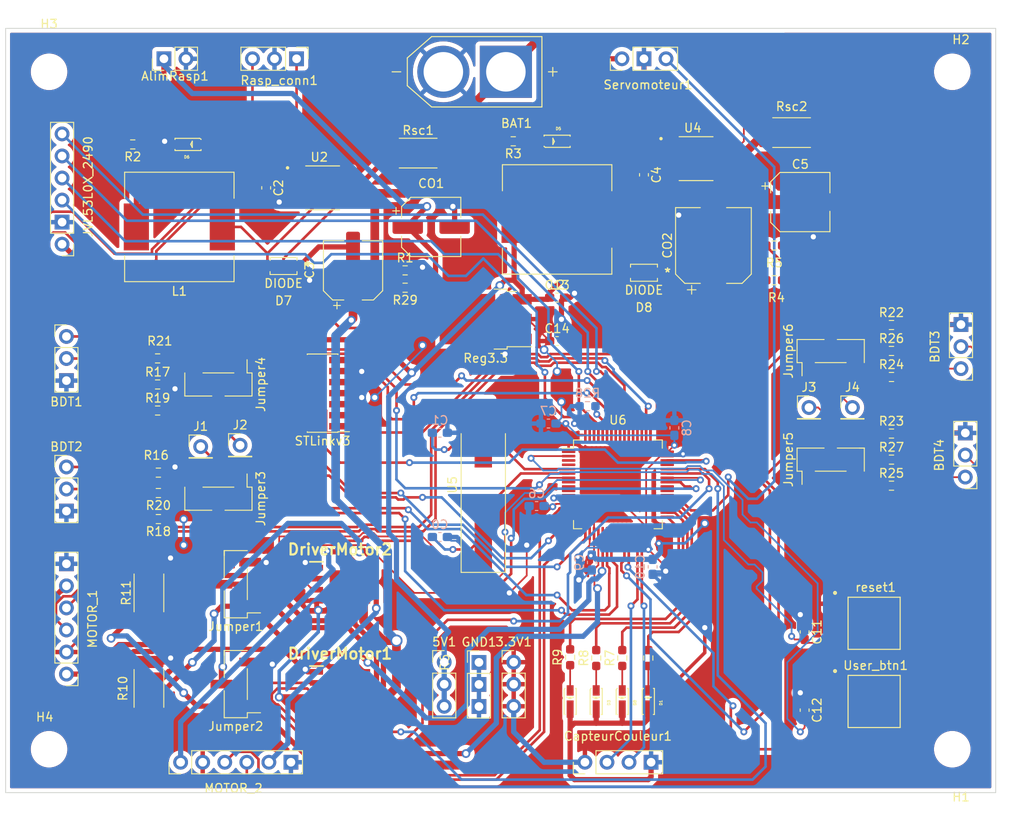
<source format=kicad_pcb>
(kicad_pcb (version 20211014) (generator pcbnew)
  (layers (0 "F.Cu" signal) (31 "B.Cu" signal) (34 "B.Paste" user) (35 "F.Paste" user) (36 "B.SilkS" user "B.Silkscreen") (37 "F.SilkS" user "F.Silkscreen") (38 "B.Mask" user) (39 "F.Mask" user) (44 "Edge.Cuts" user))
  (net 0 "")
  (net 1 "+3.3V")
  (net 2 "+5V")
  (net 3 "Alim_Rasp")
  (net 4 "GND")
  (net 5 "+7.5V")
  (net 6 "Net-(BDT1-Pad1)")
  (net 7 "Net-(BDT1-Pad2)")
  (net 8 "Net-(BDT2-Pad1)")
  (net 9 "Net-(BDT2-Pad2)")
  (net 10 "Net-(BDT3-Pad1)")
  (net 11 "Net-(BDT3-Pad2)")
  (net 12 "Net-(BDT4-Pad1)")
  (net 13 "Net-(BDT4-Pad2)")
  (net 14 "Net-(C0-Pad2)")
  (net 15 "Net-(C1-Pad2)")
  (net 16 "Net-(C2-Pad1)")
  (net 17 "Net-(C4-Pad1)")
  (net 18 "NRST")
  (net 19 "USER_BTN")
  (net 20 "COLOR_I2C_SCL")
  (net 21 "COLOR_I2C_SDA")
  (net 22 "Net-(D1-Pad2)")
  (net 23 "Net-(D2-Pad2)")
  (net 24 "Net-(D3-Pad2)")
  (net 25 "Net-(D4-Pad2)")
  (net 26 "Net-(D5-Pad2)")
  (net 27 "Net-(D6-Pad2)")
  (net 28 "Net-(D7-Pad2)")
  (net 29 "Net-(D8-Pad2)")
  (net 30 "MOTOR_1_PWM_IN2")
  (net 31 "MOTOR_1_PWM_IN1")
  (net 32 "MOTOR_1_A")
  (net 33 "MOTOR_1_B")
  (net 35 "MOTOR_2_PWM_IN2")
  (net 36 "MOTOR_2_PWM_IN1")
  (net 37 "MOTOR_2_B")
  (net 38 "MOTOR_2_A")
  (net 40 "Net-(J1-Pad1)")
  (net 41 "Net-(J2-Pad1)")
  (net 42 "Net-(J3-Pad1)")
  (net 43 "Net-(J4-Pad1)")
  (net 44 "CURRENT_SENSOR_1")
  (net 45 "CURRENT_SENSOR_2")
  (net 46 "BDT2")
  (net 47 "Net-(Jumper3-Pad3)")
  (net 48 "BDT1")
  (net 49 "Net-(Jumper4-Pad3)")
  (net 50 "BDT4")
  (net 51 "Net-(Jumper5-Pad3)")
  (net 52 "BDT3")
  (net 53 "Net-(Jumper6-Pad3)")
  (net 54 "TOF_I2C_SDA")
  (net 55 "TOF_I2C_SCL")
  (net 56 "TOF_XSHUT")
  (net 57 "TOF_Interrupt")
  (net 58 "MOTOR_1_ENCODER_A")
  (net 59 "MOTOR_1_ENCODER_B")
  (net 60 "MOTOR_2_ENCODER_A")
  (net 61 "MOTOR_2_ENCODER_B")
  (net 62 "PA12")
  (net 63 "PB2")
  (net 64 "PC0")
  (net 65 "PC1")
  (net 66 "PC2")
  (net 67 "PC3")
  (net 68 "PC4")
  (net 69 "PC5")
  (net 70 "PC7")
  (net 71 "PC8")
  (net 72 "PC9")
  (net 73 "PC10")
  (net 74 "PC11")
  (net 75 "PC12")
  (net 76 "PC14")
  (net 77 "PC15")
  (net 78 "PD2")
  (net 79 "Net-(R4-Pad2)")
  (net 80 "LED1")
  (net 81 "LED2")
  (net 82 "LED3")
  (net 83 "LED4")
  (net 84 "BOOT0")
  (net 85 "USART2_RX")
  (net 86 "USART2_TX")
  (net 87 "PINCE_PWM")
  (net 90 "SYS_JTMS-SWDIO")
  (net 91 "SYS_JTCK-SWCLK")
  (net 95 "USART1_RX")
  (net 96 "USART1_TX")
  (net 97 "Net-(U2-Pad1)")
  (net 98 "Net-(U4-Pad1)")
  (net 99 "/Driver_moteur_gauche/RS_Motor1")
  (net 100 "/Driver_moteur_gauche/RS_Motor2")
  (net 101 "/Buck_Raspberry/Buck_Rasp_IPK")
  (net 102 "/Buck_STM/BUCK_STM_IPK")
  (net 103 "Net-(R1-Pad1)")
  (footprint "Resistor_SMD:R_2512_6332Metric_Pad1.40x3.35mm_HandSolder" (layer "F.Cu") (at 101.5 100 90)
    (fp_text reference "R11")
    (fp_text value "0.33")
  )
  (footprint "Resistor_SMD:R_0603_1608Metric_Pad0.98x0.95mm_HandSolder" (layer "F.Cu") (at 187 84.655)
    (fp_text reference "R27")
    (fp_text value "R")
  )
  (footprint "Resistor_SMD:R_0603_1608Metric_Pad0.98x0.95mm_HandSolder" (layer "F.Cu") (at 102.5 76)
    (fp_text reference "R17")
    (fp_text value "R")
  )
  (footprint "SHOTTKY:STPS0520Z_SHOTTKY" (layer "F.Cu") (at 117 62.3625 180)
    (fp_text reference "D7")
    (fp_text value "DIODE")
  )
  (footprint "Connector_PinHeader_2.54mm:PinHeader_1x04_P2.54mm_Vertical" (layer "F.Cu") (at 151.7 119.5 90)
    (fp_text reference "CapteurCouleur1")
    (fp_text value "Conn_01x04_Male")
  )
  (footprint "Resistor_SMD:R_0603_1608Metric_Pad0.98x0.95mm_HandSolder" (layer "F.Cu") (at 156 107.5 90)
    (fp_text reference "R7")
    (fp_text value "1k")
  )
  (footprint "MC34063ADR2G:SOIC127P599X175-8N" (layer "F.Cu") (at 164.5 50)
    (fp_text reference "U4")
    (fp_text value "MC34063ADR2G")
  )
  (footprint "Resistor_SMD:R_0603_1608Metric_Pad0.98x0.95mm_HandSolder" (layer "F.Cu") (at 143.45 48 180)
    (fp_text reference "R3")
    (fp_text value "1k")
  )
  (footprint "Connector_PinHeader_2.54mm:PinHeader_1x03_P2.54mm_Vertical" (layer "F.Cu") (at 92 70.475)
    (fp_text reference "BDT1")
    (fp_text value "Conn_01x03_Male")
  )
  (footprint "Resistor_SMD:R_0603_1608Metric_Pad0.98x0.95mm_HandSolder" (layer "F.Cu") (at 187 72.14)
    (fp_text reference "R26")
    (fp_text value "R")
  )
  (footprint "Resistor_SMD:R_0603_1608Metric_Pad0.98x0.95mm_HandSolder" (layer "F.Cu") (at 159 107.5 90)
    (fp_text reference "R6")
    (fp_text value "1k")
  )
  (footprint "Resistor_SMD:R_0603_1608Metric_Pad0.98x0.95mm_HandSolder" (layer "F.Cu") (at 187 75.14)
    (fp_text reference "R24")
    (fp_text value "R")
  )
  (footprint "WL-SWTP:WL-SWTP_3014" (layer "F.Cu") (at 148.5 48)
    (fp_text reference "D5")
    (fp_text value "WL-SWTP")
  )
  (footprint "Capacitor_SMD:CP_Elec_6.3x7.7" (layer "F.Cu") (at 134 57.8625)
    (fp_text reference "CO1")
    (fp_text value "300u")
  )
  (footprint "Capacitor_SMD:C_0603_1608Metric_Pad1.08x0.95mm_HandSolder" (layer "F.Cu") (at 115 53.3625 -90)
    (fp_text reference "C2")
    (fp_text value "330p")
  )
  (footprint "Resistor_SMD:R_0603_1608Metric_Pad0.98x0.95mm_HandSolder" (layer "F.Cu") (at 153 107.5 90)
    (fp_text reference "R8")
    (fp_text value "1k")
  )
  (footprint "Connector_PinHeader_2.54mm:PinHeader_1x03_P2.54mm_Vertical" (layer "F.Cu") (at 139.5 108)
    (fp_text reference "GND1")
    (fp_text value "Conn_01x03_Male")
  )
  (footprint "Connector_PinHeader_1.27mm:PinHeader_2x07_P1.27mm_Vertical_SMD" (layer "F.Cu") (at 121.5 77 180)
    (fp_text reference "STLinkv3")
    (fp_text value "Conn_02x07_Odd_Even")
  )
  (footprint "Resistor_SMD:R_0603_1608Metric_Pad0.98x0.95mm_HandSolder" (layer "F.Cu") (at 187 69.155)
    (fp_text reference "R22")
    (fp_text value "R")
  )
  (footprint "WL-SWTP:WL-SWTP_3014" (layer "F.Cu") (at 159 112.5 -90)
    (fp_text reference "D1")
    (fp_text value "WL-SWTP")
  )
  (footprint "Inductor_SMD:L_12x12mm_H8mm" (layer "F.Cu") (at 105 57.8625 180)
    (fp_text reference "L1")
    (fp_text value "4.7u")
  )
  (footprint "Capacitor_SMD:C_0603_1608Metric_Pad1.08x0.95mm_HandSolder" (layer "F.Cu") (at 177 104.5 -90)
    (fp_text reference "C11")
    (fp_text value "100n")
  )
  (footprint "Capacitor_SMD:C_0603_1608Metric_Pad1.08x0.95mm_HandSolder" (layer "F.Cu") (at 148.5 71)
    (fp_text reference "C14")
    (fp_text value "10u")
  )
  (footprint "Connector_PinHeader_2.54mm:PinHeader_1x03_P2.54mm_Vertical_SMD_Pin1Left" (layer "F.Cu") (at 109.5 76 -90)
    (fp_text reference "Jumper4")
    (fp_text value "Conn_01x03_Male")
  )
  (footprint "Resistor_SMD:R_0603_1608Metric_Pad0.98x0.95mm_HandSolder" (layer "F.Cu") (at 187 81.655)
    (fp_text reference "R23")
    (fp_text value "R")
  )
  (footprint "Capacitor_SMD:C_0603_1608Metric_Pad1.08x0.95mm_HandSolder" (layer "F.Cu") (at 148.5 66)
    (fp_text reference "C13")
    (fp_text value "10u")
  )
  (footprint "Connector_PinHeader_2.54mm:PinHeader_1x06_P2.54mm_Vertical" (layer "F.Cu") (at 91.5 59.85 180)
    (fp_text reference "JVL53L0X_2490")
    (fp_text value "Conn_01x06_Male")
  )
  (footprint "Resistor_SMD:R_2512_6332Metric_Pad1.40x3.35mm_HandSolder" (layer "F.Cu") (at 132.5 49.3625)
    (fp_text reference "Rsc1")
    (fp_text value "0.27")
  )
  (footprint "Connector_PinHeader_2.54mm:PinHeader_1x02_P2.54mm_Vertical" (layer "F.Cu") (at 103.225 38.5 90)
    (fp_text reference "AlimRasp1")
    (fp_text value "Conn_01x02_Male")
  )
  (footprint "Resistor_SMD:R_0603_1608Metric_Pad0.98x0.95mm_HandSolder" (layer "F.Cu") (at 150 107.4125 90)
    (fp_text reference "R9")
    (fp_text value "1k")
  )
  (footprint "Resistor_SMD:R_0603_1608Metric_Pad0.98x0.95mm_HandSolder" (layer "F.Cu") (at 102.5875 86.155)
    (fp_text reference "R16")
    (fp_text value "R")
  )
  (footprint "Resistor_SMD:R_0603_1608Metric_Pad0.98x0.95mm_HandSolder" (layer "F.Cu") (at 102.5 73 180)
    (fp_text reference "R21")
    (fp_text value "R")
  )
  (footprint "Resistor_SMD:R_0603_1608Metric_Pad0.98x0.95mm_HandSolder" (layer "F.Cu") (at 173.5 60)
    (fp_text reference "R5")
    (fp_text value "1.2k")
  )
  (footprint "WL-SWTP:WL-SWTP_3014" (layer "F.Cu") (at 150 112.5 -90)
    (fp_text reference "D4")
    (fp_text value "WL-SWTP")
  )
  (footprint "FSM2JSMA:SW_2-1437565-7" (layer "F.Cu") (at 185 112.5)
    (fp_text reference "User_btn1")
    (fp_text value "2-1437565-7")
  )
  (footprint "Package_QFP:LQFP-64_10x10mm_P0.5mm" (layer "F.Cu") (at 155.5 87.5)
    (fp_text reference "U6")
    (fp_text value "STM32F103RCTx")
  )
  (footprint "Connector_PinHeader_2.54mm:PinHeader_1x03_P2.54mm_Vertical" (layer "F.Cu") (at 92 85.5)
    (fp_text reference "BDT2")
    (fp_text value "Conn_01x03_Male")
  )
  (footprint "XT60-M:AMASS_XT60-M" (layer "F.Cu") (at 139 40 180)
    (fp_text reference "BAT1")
    (fp_text value "XT60-M")
  )
  (footprint "Resistor_SMD:R_0603_1608Metric_Pad0.98x0.95mm_HandSolder" (layer "F.Cu") (at 99.6354 48.3625 180)
    (fp_text reference "R2")
    (fp_text value "1k")
  )
  (footprint "Package_TO_SOT_SMD:TO-252-3_TabPin2" (layer "F.Cu") (at 140.275 68.475 180)
    (fp_text reference "Reg3.3")
    (fp_text value "LM1117-3.3")
  )
  (footprint "Resistor_SMD:R_2512_6332Metric_Pad1.40x3.35mm_HandSolder" (layer "F.Cu") (at 175.5 47 180)
    (fp_text reference "Rsc2")
    (fp_text value "0.5")
  )
  (footprint "Connector_PinHeader_2.54mm:PinHeader_1x03_P2.54mm_Vertical_SMD_Pin1Left" (layer "F.Cu") (at 180 72.155 90)
    (fp_text reference "Jumper6")
    (fp_text value "Conn_01x03_Male")
  )
  (footprint "MountingHole:MountingHole_3.2mm_M3" (layer "F.Cu") (at 195 118.5)
    (fp_text reference "H1")
    (fp_text value "MountingHole")
  )
  (footprint "Connector_PinHeader_2.54mm:PinHeader_1x03_P2.54mm_Vertical" (layer "F.Cu") (at 118.5 38.5 -90)
    (fp_text reference "Rasp_conn1")
    (fp_text value "Conn_01x03_Male")
  )
  (footprint "Capacitor_SMD:C_0603_1608Metric_Pad1.08x0.95mm_HandSolder" (layer "F.Cu") (at 158.5 51.8625 -90)
    (fp_text reference "C4")
    (fp_text value "330p")
  )
  (footprint "TB67H451AFNG,EL:SOIC127P600X170-9N" (layer "F.Cu") (at 123.5 111)
    (fp_text reference "DriverMotor1")
    (fp_text value "TB67H451AFNG,EL" hide)
  )
  (footprint "SHOTTKY:STPS0520Z_SHOTTKY" (layer "F.Cu") (at 158.5 63.1375 180)
    (fp_text reference "D8")
    (fp_text value "DIODE")
  )
  (footprint "Connector_PinHeader_2.54mm:PinHeader_1x03_P2.54mm_Vertical_SMD_Pin1Left" (layer "F.Cu") (at 180 84.655 90)
    (fp_text reference "Jumper5")
    (fp_text value "Conn_01x03_Male")
  )
  (footprint "Connector_PinHeader_2.54mm:PinHeader_1x03_P2.54mm_Vertical" (layer "F.Cu") (at 155.96 38.5 90)
    (fp_text reference "Servomoteur1")
    (fp_text value "Conn_01x03_Male")
  )
  (footprint "Connector_PinHeader_2.54mm:PinHeader_1x01_P2.54mm_Vertical" (layer "F.Cu") (at 112 83)
    (fp_text reference "J2")
    (fp_text value "Conn_01x01_Male")
  )
  (footprint "Connector_PinHeader_2.54mm:PinHeader_1x01_P2.54mm_Vertical" (layer "F.Cu") (at 177.5 78.655)
    (fp_text reference "J3")
    (fp_text value "Conn_01x01_Male")
  )
  (footprint "Capacitor_SMD:CP_Elec_8x10.5" (layer "F.Cu") (at 166.5 60 90)
    (fp_text reference "CO2")
    (fp_text value "150u")
  )
  (footprint "Connector_PinHeader_2.54mm:PinHeader_1x06_P2.54mm_Vertical" (layer "F.Cu") (at 92 109.35 180)
    (fp_text reference "MOTOR_1")
    (fp_text value "Conn_01x06_Male")
  )
  (footprint "Connector_PinHeader_2.54mm:PinHeader_1x03_P2.54mm_Vertical_SMD_Pin1Left" (layer "F.Cu") (at 111.5 99 180)
    (fp_text reference "Jumper1")
    (fp_text value "Conn_01x03_Male")
  )
  (footprint "WL-SWTP:WL-SWTP_3014" (layer "F.Cu") (at 156 112.5 -90)
    (fp_text reference "D2")
    (fp_text value "WL-SWTP")
  )
  (footprint "Resistor_SMD:R_0603_1608Metric_Pad0.98x0.95mm_HandSolder" (layer "F.Cu") (at 102.5 79)
    (fp_text reference "R19")
    (fp_text value "R")
  )
  (footprint "Resistor_SMD:R_0603_1608Metric_Pad0.98x0.95mm_HandSolder" (layer "F.Cu") (at 131 62.8625)
    (fp_text reference "R1")
    (fp_text value "1.2k")
  )
  (footprint "Inductor_SMD:L_12x12mm_H8mm" (layer "F.Cu") (at 148.5 57 180)
    (fp_text reference "L2")
    (fp_text value "10u")
  )
  (footprint "WL-SWTP:WL-SWTP_3014" (layer "F.Cu") (at 106 48.3625 180)
    (fp_text reference "D6")
    (fp_text value "WL-SWTP")
  )
  (footprint "Connector_PinHeader_2.54mm:PinHeader_1x01_P2.54mm_Vertical" (layer "F.Cu") (at 107.46 83.155)
    (fp_text reference "J1")
    (fp_text value "Conn_01x01_Male")
  )
  (footprint "Connector_PinHeader_2.54mm:PinHeader_1x03_P2.54mm_Vertical" (layer "F.Cu") (at 195.5 86.665 180)
    (fp_text reference "BDT4")
    (fp_text value "Conn_01x03_Male")
  )
  (footprint "Connector_PinHeader_2.54mm:PinHeader_1x06_P2.54mm_Vertical" (layer "F.Cu") (at 105.15 119.5 90)
    (fp_text reference "MOTOR_2")
    (fp_text value "Conn_01x06_Male")
  )
  (footprint "Connector_PinHeader_2.54mm:PinHeader_1x03_P2.54mm_Vertical" (layer "F.Cu") (at 135.5 107.975)
    (fp_text reference "5V1")
    (fp_text value "Conn_01x03_Male")
  )
  (footprint "MountingHole:MountingHole_3.2mm_M3" (layer "F.Cu") (at 90 39.5)
    (fp_text reference "H3")
    (fp_text value "MountingHole")
  )
  (footprint "FSM2JSMA:SW_2-1437565-7" (layer "F.Cu") (at 185 103.5)
    (fp_text reference "reset1")
    (fp_text value "2-1437565-7")
  )
  (footprint "Capacitor_SMD:CP_Elec_6.3x7.7" (layer "F.Cu") (at 176.5 55)
    (fp_text reference "C5")
    (fp_text value "100u")
  )
  (footprint "MC34063ADR2G:SOIC127P599X175-8N" (layer "F.Cu") (at 121.5 53.3625)
    (fp_text reference "U2")
    (fp_text value "MC34063ADR2G")
  )
  (footprint "Resistor_SMD:R_2512_6332Metric_Pad1.40x3.35mm_HandSolder" (layer "F.Cu") (at 101.5 111 90)
    (fp_text reference "R10")
    (fp_text value "0.33")
  )
  (footprint "Connector_PinHeader_2.54mm:PinHeader_1x03_P2.54mm_Vertical" (layer "F.Cu") (at 143.5 107.975)
    (fp_text reference "3.3V1")
    (fp_text value "Conn_01x03_Male")
  )
  (footprint "Connector_PinHeader_2.54mm:PinHeader_1x03_P2.54mm_Vertical" (layer "F.Cu") (at 195 74.18 180)
    (fp_text reference "BDT3")
    (fp_text value "Conn_01x03_Male")
  )
  (footprint "MountingHole:MountingHole_3.2mm_M3" (layer "F.Cu") (at 195 40.5)
    (fp_text reference "H2")
    (fp_text value "MountingHole")
  )
  (footprint "Resistor_SMD:R_0603_1608Metric_Pad0.98x0.95mm_HandSolder" (layer "F.Cu") (at 187 87.655)
    (fp_text reference "R25")
    (fp_text value "R")
  )
  (footprint "Connector_PinHeader_2.54mm:PinHeader_1x03_P2.54mm_Vertical_SMD_Pin1Left" (layer "F.Cu") (at 109.5 89.155 -90)
    (fp_text reference "Jumper3")
    (fp_text value "Conn_01x03_Male")
  )
  (footprint "Resistor_SMD:R_0603_1608Metric_Pad0.98x0.95mm_HandSolder" (layer "F.Cu") (at 102.5875 88.5 180)
    (fp_text reference "R20")
    (fp_text value "R")
  )
  (footprint "MountingHole:MountingHole_3.2mm_M3" (layer "F.Cu") (at 89.5 118.5)
    (fp_text reference "H4")
    (fp_text value "MountingHole")
  )
  (footprint "Capacitor_SMD:C_0603_1608Metric_Pad1.08x0.95mm_HandSolder" (layer "F.Cu") (at 177 113.5 -90)
    (fp_text reference "C12")
    (fp_text value "100n")
  )
  (footprint "Resistor_SMD:R_0603_1608Metric_Pad0.98x0.95mm_HandSolder" (layer "F.Cu") (at 131 64.8625 180)
    (fp_text reference "R29")
    (fp_text value "3k6")
  )
  (footprint "WL-SWTP:WL-SWTP_3014" (layer "F.Cu") (at 153 112.5 -90)
    (fp_text reference "D3")
    (fp_text value "WL-SWTP")
  )
  (footprint "TB67H451AFNG,EL:SOIC127P600X170-9N" (layer "F.Cu") (at 123.5 99)
    (fp_text reference "DriverMotor2")
    (fp_text value "TB67H451AFNG,EL" hide)
  )
  (footprint "Resistor_SMD:R_0603_1608Metric_Pad0.98x0.95mm_HandSolder" (layer "F.Cu") (at 102.5875 91.5 180)
    (fp_text reference "R18")
    (fp_text value "R")
  )
  (footprint "Capacitor_SMD:CP_Elec_6.3x7.7" (layer "F.Cu") (at 125 62.8625 90)
    (fp_text reference "C3")
    (fp_text value "100u")
  )
  (footprint "Connector_PinHeader_2.54mm:PinHeader_1x03_P2.54mm_Vertical_SMD_Pin1Left" (layer "F.Cu") (at 111.5 110.5 180)
    (fp_text reference "Jumper2")
    (fp_text value "Conn_01x03_Male")
  )
  (footprint "Resistor_SMD:R_0603_1608Metric_Pad0.98x0.95mm_HandSolder" (layer "F.Cu") (at 173.5 64)
    (fp_text reference "R4")
    (fp_text value "3.6k")
  )
  (footprint "Crystal:Crystal_SMD_HC49-SD_HandSoldering" (layer "F.Cu") (at 140 87.5625 90)
    (fp_text reference "U5")
    (fp_text value "Quartz")
  )
  (footprint "Connector_PinHeader_2.54mm:PinHeader_1x01_P2.54mm_Vertical" (layer "F.Cu") (at 182.5 78.655)
    (fp_text reference "J4")
    (fp_text value "Conn_01x01_Male")
  )
  (footprint "Capacitor_SMD:C_0603_1608Metric_Pad1.08x0.95mm_HandSolder" (layer "B.Cu") (at 162 81 90)
    (fp_text reference "C8")
    (fp_text value "100n")
  )
  (footprint "Capacitor_SMD:C_0603_1608Metric_Pad1.08x0.95mm_HandSolder" (layer "B.Cu") (at 146.1375 90 180)
    (fp_text reference "C6")
    (fp_text value "100n")
  )
  (footprint "Capacitor_SMD:C_0603_1608Metric_Pad1.08x0.95mm_HandSolder" (layer "B.Cu") (at 135 93.5625 180)
    (fp_text reference "C0")
    (fp_text value "16p")
  )
  (footprint "Capacitor_SMD:C_0603_1608Metric_Pad1.08x0.95mm_HandSolder" (layer "B.Cu") (at 159.5 97 -90)
    (fp_text reference "C10")
    (fp_text value "100n")
  )
  (footprint "Capacitor_SMD:C_0603_1608Metric_Pad1.08x0.95mm_HandSolder" (layer "B.Cu") (at 147.5 80.5 180)
    (fp_text reference "C7")
    (fp_text value "100n")
  )
  (footprint "Resistor_SMD:R_0603_1608Metric_Pad0.98x0.95mm_HandSolder" (layer "B.Cu") (at 152 78.5 180)
    (fp_text reference "R28")
    (fp_text value "1k1")
  )
  (footprint "Capacitor_SMD:C_0603_1608Metric_Pad1.08x0.95mm_HandSolder" (layer "B.Cu") (at 152.5 96.5 -90)
    (fp_text reference "C9")
    (fp_text value "100n")
  )
  (footprint "Capacitor_SMD:C_0603_1608Metric_Pad1.08x0.95mm_HandSolder" (layer "B.Cu") (at 135 81.5625 180)
    (fp_text reference "C1")
    (fp_text value "16p")
  )
  (gr_rect (start 85 35) (end 199 123) (layer "Edge.Cuts") (width 0.1) (fill none))
  (segment (start 161.175 83.75) (end 161.25 83.75) (width 0.2) (layer "F.Cu") (net 1))
  (segment (start 169 92) (end 169.5 91.5) (width 0.3) (layer "F.Cu") (net 1))
  (segment (start 189.55 101.25) (end 189.75 101.25) (width 0.6) (layer "F.Cu") (net 1))
  (segment (start 133 71.5) (end 136.025 68.475) (width 0.2) (layer "F.Cu") (net 1))
  (segment (start 159.25 93.175) (end 159.675 93.175) (width 0.3) (layer "F.Cu") (net 1))
  (segment (start 150.63033 89.75) (end 152.75 91.86967) (width 0.2) (layer "F.Cu") (net 1))
  (segment (start 123.45 79.54) (end 125.46 79.54) (width 0.2) (layer "F.Cu") (net 1))
  (segment (start 117.405 112.905) (end 116.5 112) (width 0.4) (layer "F.Cu") (net 1))
  (segment (start 105.5 94.5) (end 105.5 96.5) (width 0.3) (layer "F.Cu") (net 1))
  (segment (start 186.0875 87.655) (end 186.0875 87.9125) (width 0.6) (layer "F.Cu") (net 1))
  (segment (start 98.31 100.5) (end 92 106.81) (width 0.3) (layer "F.Cu") (net 1))
  (segment (start 151.75 81.825) (end 150.325 81.825) (width 0.2) (layer "F.Cu") (net 1))
  (segment (start 147 72) (end 147 71.6375) (width 0.2) (layer "F.Cu") (net 1))
  (segment (start 149.5 81) (end 149.5 80.5) (width 0.2) (layer "F.Cu") (net 1))
  (segment (start 168 83) (end 162 83) (width 0.3) (layer "F.Cu") (net 1))
  (segment (start 148.434887 89.75) (end 148.400696 89.784191) (width 0.2) (layer "F.Cu") (net 1))
  (segment (start 149.825 89.75) (end 150.63033 89.75) (width 0.2) (layer "F.Cu") (net 1))
  (segment (start 148.287181 89.784191) (end 147.99404 90.077332) (width 0.2) (layer "F.Cu") (net 1))
  (segment (start 169.5 91.5) (end 169.5 84.5) (width 0.3) (layer "F.Cu") (net 1))
  (segment (start 152.75 91.86967) (end 152.75 93.175) (width 0.2) (layer "F.Cu") (net 1))
  (segment (start 121 102) (end 121 101.117) (width 0.2) (layer "F.Cu") (net 1))
  (segment (start 120 102) (end 116 98) (width 0.2) (layer "F.Cu") (net 1))
  (segment (start 125.46 79.54) (end 127.5 77.5) (width 0.2) (layer "F.Cu") (net 1))
  (segment (start 103.5 91.5) (end 105.5 91.5) (width 0.3) (layer "F.Cu") (net 1))
  (segment (start 116 98) (end 116 95) (width 0.2) (layer "F.Cu") (net 1))
  (segment (start 165.5 92) (end 169 92) (width 0.3) (layer "F.Cu") (net 1))
  (segment (start 105.5 96.5) (end 101.5 100.5) (width 0.3) (layer "F.Cu") (net 1))
  (segment (start 149.825 82.325) (end 150.325 81.825) (width 0.2) (layer "F.Cu") (net 1))
  (segment (start 144.475 68.475) (end 145.1125 68.475) (width 0.2) (layer "F.Cu") (net 1))
  (segment (start 152.75 93.175) (end 152.75 95.338933) (width 0.2) (layer "F.Cu") (net 1))
  (segment (start 150.325 81.825) (end 149.5 81) (width 0.2) (layer "F.Cu") (net 1))
  (segment (start 149.825 89.75) (end 148.434887 89.75) (width 0.2) (layer "F.Cu") (net 1))
  (segment (start 145.1125 68.475) (end 147.6375 71) (width 0.2) (layer "F.Cu") (net 1))
  (segment (start 159.675 93.175) (end 160.206755 93.706755) (width 0.3) (layer "F.Cu") (net 1))
  (segment (start 121 101.117) (end 120.788 100.905) (width 0.2) (layer "F.Cu") (net 1))
  (segment (start 149 78) (end 149 75) (width 0.2) (layer "F.Cu") (net 1))
  (segment (start 101.5 100.5) (end 98.31 100.5) (width 0.3) (layer "F.Cu") (net 1))
  (segment (start 149 75) (end 148.5 74.5) (width 0.2) (layer "F.Cu") (net 1))
  (segment (start 115.5 94.5) (end 105.5 94.5) (width 0.2) (layer "F.Cu") (net 1))
  (segment (start 160.206755 93.706755) (end 160.206755 94.293245) (width 0.3) (layer "F.Cu") (net 1))
  (segment (start 169.5 84.5) (end 168 83) (width 0.3) (layer "F.Cu") (net 1))
  (segment (start 148.400696 89.784191) (end 148.287181 89.784191) (width 0.2) (layer "F.Cu") (net 1))
  (segment (start 136.025 68.475) (end 138.175 68.475) (width 0.2) (layer "F.Cu") (net 1))
  (segment (start 147 71.6375) (end 147.6375 71) (width 0.2) (layer "F.Cu") (net 1))
  (segment (start 149.825 83.75) (end 149.825 82.325) (width 0.2) (layer "F.Cu") (net 1))
  (segment (start 161.25 83.75) (end 162 83) (width 0.2) (layer "F.Cu") (net 1))
  (segment (start 120.788 112.905) (end 117.405 112.905) (width 0.4) (layer "F.Cu") (net 1))
  (segment (start 116 95) (end 115.5 94.5) (width 0.2) (layer "F.Cu") (net 1))
  (segment (start 152.75 95.338933) (end 152.382178 95.706755) (width 0.2) (layer "F.Cu") (net 1))
  (segment (start 121 102) (end 120 102) (width 0.2) (layer "F.Cu") (net 1))
  (via (at 148.5 74.5) (size 1) (drill 0.6) (layers "F.Cu" "B.Cu") (net 1))
  (via (at 160.206755 94.293245) (size 0.8) (drill 0.4) (layers "F.Cu" "B.Cu") (net 1))
  (via (at 152.382178 95.706755) (size 0.8) (drill 0.4) (layers "F.Cu" "B.Cu") (net 1))
  (via (at 105.5 94.5) (size 1) (drill 0.6) (layers "F.Cu" "B.Cu") (net 1))
  (via (at 165.5 92) (size 1) (drill 0.6) (layers "F.Cu" "B.Cu") (net 1))
  (via (at 121 102) (size 1) (drill 0.6) (layers "F.Cu" "B.Cu") (net 1))
  (via (at 127.5 77.5) (size 1) (drill 0.6) (layers "F.Cu" "B.Cu") (net 1))
  (via (at 149.5 80.5) (size 0.8) (drill 0.4) (layers "F.Cu" "B.Cu") (net 1))
  (via (at 147 72) (size 1) (drill 0.6) (layers "F.Cu" "B.Cu") (net 1))
  (via (at 162 83) (size 0.8) (drill 0.4) (layers "F.Cu" "B.Cu") (net 1))
  (via (at 149 78) (size 1) (drill 0.6) (layers "F.Cu" "B.Cu") (net 1))
  (via (at 105.5 91.5) (size 1) (drill 0.6) (layers "F.Cu" "B.Cu") (net 1))
  (via (at 147.99404 90.077332) (size 0.8) (drill 0.4) (layers "F.Cu" "B.Cu") (net 1))
  (via (at 133 71.5) (size 1) (drill 0.6) (layers "F.Cu" "B.Cu") (net 1))
  (via (at 116.5 112) (size 1) (drill 0.6) (layers "F.Cu" "B.Cu") (net 1))
  (segment (start 147.916708 90) (end 147.99404 90.077332) (width 0.2) (layer "B.Cu") (net 1))
  (segment (start 143.5 113.055) (end 143.5 116) (width 0.6) (layer "B.Cu") (net 1))
  (segment (start 148.5 73.5) (end 147 72) (width 0.2) (layer "B.Cu") (net 1))
  (segment (start 159.5 96.1375) (end 159.634586 96.1375) (width 0.6) (layer "B.Cu") (net 1))
  (segment (start 160.3995 94.48599) (end 160.206755 94.293245) (width 0.6) (layer "B.Cu") (net 1))
  (segment (start 121 104.5) (end 121 102) (width 0.4) (layer "B.Cu") (net 1))
  (segment (start 152.451433 95.6375) (end 152.382178 95.706755) (width 0.2) (layer "B.Cu") (net 1))
  (segment (start 148.3625 80.5) (end 149 79.8625) (width 0.2) (layer "B.Cu") (net 1))
  (segment (start 116.5 109) (end 120 105.5) (width 0.4) (layer "B.Cu") (net 1))
  (segment (start 127.5 77.5) (end 133 72) (width 0.2) (layer "B.Cu") (net 1))
  (segment (start 162 81.8625) (end 150.8625 81.8625) (width 0.2) (layer "B.Cu") (net 1))
  (segment (start 147 119.5) (end 151.7 119.5) (width 0.6) (layer "B.Cu") (net 1))
  (segment (start 120 105.5) (end 121 104.5) (width 0.4) (layer "B.Cu") (net 1))
  (segment (start 150.8625 81.8625) (end 149.5 80.5) (width 0.2) (layer "B.Cu") (net 1))
  (segment (start 147 90) (end 147.916708 90) (width 0.2) (layer "B.Cu") (net 1))
  (segment (start 105.5 91.5) (end 105.5 94.5) (width 0.3) (layer "B.Cu") (net 1))
  (segment (start 143.5 116) (end 147 119.5) (width 0.6) (layer "B.Cu") (net 1))
  (segment (start 159.634586 96.1375) (end 160.3995 95.372586) (width 0.6) (layer "B.Cu") (net 1))
  (segment (start 162 83) (end 162 81.8625) (width 0.2) (layer "B.Cu") (net 1))
  (segment (start 153 96.1375) (end 152.5 95.6375) (width 0.6) (layer "B.Cu") (net 1))
  (segment (start 148.5 74.5) (end 148.5 73.5) (width 0.2) (layer "B.Cu") (net 1))
  (segment (start 159.5 96.1375) (end 153 96.1375) (width 0.6) (layer "B.Cu") (net 1))
  (segment (start 160.206755 94.293245) (end 163.206755 94.293245) (width 0.3) (layer "B.Cu") (net 1))
  (segment (start 133 72) (end 133 71.5) (width 0.2) (layer "B.Cu") (net 1))
  (segment (start 148.3625 80.5) (end 149.5 80.5) (width 0.2) (layer "B.Cu") (net 1))
  (segment (start 152.5 95.6375) (end 152.451433 95.6375) (width 0.2) (layer "B.Cu") (net 1))
  (segment (start 163.206755 94.293245) (end 165.5 92) (width 0.3) (layer "B.Cu") (net 1))
  (segment (start 149 79.8625) (end 149 78) (width 0.2) (layer "B.Cu") (net 1))
  (segment (start 160.3995 95.372586) (end 160.3995 94.48599) (width 0.6) (layer "B.Cu") (net 1))
  (segment (start 116.5 112) (end 116.5 109) (width 0.4) (layer "B.Cu") (net 1))
  (segment (start 150.5 63.5) (end 152.5 65.5) (width 0.6) (layer "F.Cu") (net 2))
  (segment (start 143.55 63.95) (end 143.5 64) (width 0.6) (layer "F.Cu") (net 2))
  (segment (start 166.5 63.7) (end 172.2875 63.7) (width 0.6) (layer "F.Cu") (net 2))
  (segment (start 142.5375 48) (end 143.55 49.0125) (width 0.6) (layer "F.Cu") (net 2))
  (segment (start 127.850499 70.850499) (end 131.6505 74.6505) (width 0.6) (layer "F.Cu") (net 2))
  (segment (start 164.7 65.5) (end 166.5 63.7) (width 0.6) (layer "F.Cu") (net 2))
  (segment (start 102.500499 70.850499) (end 127.850499 70.850499) (width 0.6) (layer "F.Cu") (net 2))
  (segment (start 147.6375 66) (end 147.6375 65.3625) (width 0.6) (layer "F.Cu") (net 2))
  (segment (start 142.5375 48) (end 152.0375 38.5) (width 0.6) (layer "F.Cu") (net 2))
  (segment (start 143.55 57) (end 143.55 63.95) (width 0.6) (layer "F.Cu") (net 2))
  (segment (start 147.4425 66.195) (end 147.6375 66) (width 0.6) (layer "F.Cu") (net 2))
  (segment (start 144.475 64.975) (end 144.475 66.195) (width 0.6) (layer "F.Cu") (net 2))
  (segment (start 149.5 63.5) (end 150.5 63.5) (width 0.6) (layer "F.Cu") (net 2))
  (segment (start 144.475 66.195) (end 147.4425 66.195) (width 0.6) (layer "F.Cu") (net 2))
  (segment (start 142.5 64) (end 141.899312 64.600688) (width 0.6) (layer "F.Cu") (net 2))
  (segment (start 152.0375 38.5) (end 155.96 38.5) (width 0.6) (layer "F.Cu") (net 2))
  (segment (start 91.5 59.85) (end 102.500499 70.850499) (width 0.6) (layer "F.Cu") (net 2))
  (segment (start 152.5 65.5) (end 164.7 65.5) (width 0.6) (layer "F.Cu") (net 2))
  (segment (start 172.2875 63.7) (end 172.5875 64) (width 0.6) (layer "F.Cu") (net 2))
  (segment (start 131.6505 74.6505) (end 131.75 74.6505) (width 0.6) (layer "F.Cu") (net 2))
  (segment (start 143.5 64) (end 144.475 64.975) (width 0.6) (layer "F.Cu") (net 2))
  (segment (start 143.55 49.0125) (end 143.55 57) (width 0.6) (layer "F.Cu") (net 2))
  (segment (start 147.6375 65.3625) (end 149.5 63.5) (width 0.6) (layer "F.Cu") (net 2))
  (segment (start 143.5 64) (end 142.5 64) (width 0.6) (layer "F.Cu") (net 2))
  (via (at 131.75 74.6505) (size 1) (drill 0.6) (layers "F.Cu" "B.Cu") (net 2))
  (via (at 141.899312 64.600688) (size 1) (drill 0.6) (layers "F.Cu" "B.Cu") (net 2))
  (segment (start 141.899312 64.600688) (end 131.8495 74.6505) (width 0.6) (layer "B.Cu") (net 2))
  (segment (start 135.5 113.055) (end 135.5 110.515) (width 0.6) (layer "B.Cu") (net 2))
  (segment (start 135.5 105) (end 136 104.5) (width 0.6) (layer "B.Cu") (net 2))
  (segment (start 135.5 107.975) (end 135.5 110.515) (width 0.6) (layer "B.Cu") (net 2))
  (segment (start 130 98.5) (end 130 94) (width 0.6) (layer "B.Cu") (net 2))
  (segment (start 130 94) (end 129.109179 93.109179) (width 0.6) (layer "B.Cu") (net 2))
  (segment (start 131.8495 74.6505) (end 131.75 74.6505) (width 0.6) (layer "B.Cu") (net 2))
  (segment (start 131.75 74.75) (end 131.75 74.6505) (width 0.6) (layer "B.Cu") (net 2))
  (segment (start 135.5 107.975) (end 135.5 105) (width 0.6) (layer "B.Cu") (net 2))
  (segment (start 129.109179 93.109179) (end 129.109179 77.390821) (width 0.6) (layer "B.Cu") (net 2))
  (segment (start 129.109179 77.390821) (end 131.75 74.75) (width 0.6) (layer "B.Cu") (net 2))
  (segment (start 136 104.5) (end 130 98.5) (width 0.6) (layer "B.Cu") (net 2))
  (segment (start 131.3 57.7) (end 133.5 55.5) (width 0.6) (layer "F.Cu") (net 3))
  (segment (start 98.7229 48.3625) (end 98.7229 49.2771) (width 0.6) (layer "F.Cu") (net 3))
  (segment (start 98.7229 45.2771) (end 98.7229 48.3625) (width 0.6) (layer "F.Cu") (net 3))
  (segment (start 131.3 57.8625) (end 131.3 57.7) (width 0.6) (layer "F.Cu") (net 3))
  (segment (start 98.7229 49.2771) (end 100.05 50.6042) (width 0.6) (layer "F.Cu") (net 3))
  (segment (start 134.5 61.0625) (end 131.3 57.8625) (width 0.6) (layer "F.Cu") (net 3))
  (segment (start 100.05 50.6042) (end 100.05 57.8625) (width 0.6) (layer "F.Cu") (net 3))
  (segment (start 134.5 63.5) (end 134.5 61.0625) (width 0.6) (layer "F.Cu") (net 3))
  (segment (start 103.225 40.775) (end 98.7229 45.2771) (width 0.6) (layer "F.Cu") (net 3))
  (segment (start 133.1375 64.8625) (end 134.5 63.5) (width 0.6) (layer "F.Cu") (net 3))
  (segment (start 131.9125 64.8625) (end 133.1375 64.8625) (width 0.6) (layer "F.Cu") (net 3))
  (segment (start 103.225 38.5) (end 103.225 40.775) (width 0.6) (layer "F.Cu") (net 3))
  (via (at 133.5 55.5) (size 1) (drill 0.6) (layers "F.Cu" "B.Cu") (net 3))
  (segment (start 106.5 42.5) (end 103.225 39.225) (width 0.6) (layer "B.Cu") (net 3))
  (segment (start 133.5 55.5) (end 131 55.5) (width 0.6) (layer "B.Cu") (net 3))
  (segment (start 131 55.5) (end 118 42.5) (width 0.6) (layer "B.Cu") (net 3))
  (segment (start 118 42.5) (end 106.5 42.5) (width 0.6) (layer "B.Cu") (net 3))
  (segment (start 103.225 39.225) (end 103.225 38.5) (width 0.6) (layer "B.Cu") (net 3))
  (segment (start 159 95) (end 161 97) (width 0.2) (layer "F.Cu") (net 4))
  (segment (start 113.155 107.96) (end 115.46 107.96) (width 0.6) (layer "F.Cu") (net 4))
  (segment (start 161 97) (end 161 97.5) (width 0.2) (layer "F.Cu") (net 4))
  (segment (start 158.75 92.36967) (end 155.63033 89.25) (width 0.2) (layer "F.Cu") (net 4))
  (segment (start 118.8542 62.3625) (end 118.8542 62.8542) (width 0.6) (layer "F.Cu") (net 4))
  (segment (start 115.46 107.96) (end 115.706754 108.206754) (width 0.6) (layer "F.Cu") (net 4))
  (segment (start 177 103) (end 176.5 102.5) (width 0.6) (layer "F.Cu") (net 4))
  (segment (start 131.9125 62.8625) (end 132.6375 62.8625) (width 0.6) (layer "F.Cu") (net 4))
  (segment (start 145 98) (end 145 94.5) (width 0.2) (layer "F.Cu") (net 4))
  (segment (start 156 113.38) (end 156 115) (width 0.6) (layer "F.Cu") (net 4))
  (segment (start 103.670122 48.3625) (end 103.307122 47.9995) (width 0.6) (layer "F.Cu") (net 4))
  (segment (start 162.7 56.3) (end 162.5 56.5) (width 0.6) (layer "F.Cu") (net 4))
  (segment (start 150 121) (end 150 115.5) (width 0.6) (layer "F.Cu") (net 4))
  (segment (start 187.9125 81.655) (end 187.9825 81.585) (width 0.6) (layer "F.Cu") (net 4))
  (segment (start 150 66) (end 150.5 65.5) (width 0.6) (layer "F.Cu") (net 4))
  (segment (start 179.2 55) (end 179.2 57.8) (width 0.6) (layer "F.Cu") (net 4))
  (segment (start 162.75 84.25) (end 163 84) (width 0.2) (layer "F.Cu") (net 4))
  (segment (start 156 115) (end 153 115) (width 0.6) (layer "F.Cu") (net 4))
  (segment (start 160.3542 63.1375) (end 160.3542 58.6458) (width 0.6) (layer "F.Cu") (net 4))
  (segment (start 125 60.1625) (end 121.0542 60.1625) (width 0.6) (layer "F.Cu") (net 4))
  (segment (start 165.5 106.88) (end 159 113.38) (width 0.4) (layer "F.Cu") (net 4))
  (segment (start 136.7 57.8625) (end 136.7 55.7) (width 0.6) (layer "F.Cu") (net 4))
  (segment (start 103.55 107.95) (end 104 107.5) (width 0.6) (layer "F.Cu") (net 4))
  (segment (start 159.32 119.5) (end 159.32 121.18) (width 0.6) (layer "F.Cu") (net 4))
  (segment (start 144.245 70.755) (end 142.5 72.5) (width 0.6) (layer "F.Cu") (net 4))
  (segment (start 158.5 55.5) (end 159.5 56.5) (width 0.6) (layer "F.Cu") (net 4))
  (segment (start 152.25 81.825) (end 152.25 81.01967) (width 0.2) (layer "F.Cu") (net 4))
  (segment (start 149.3625 68.8625) (end 149 68.5) (width 0.6) (layer "F.Cu") (net 4))
  (segment (start 187.9675 69.1) (end 187.9125 69.155) (width 0.6) (layer "F.Cu") (net 4))
  (segment (start 149.38 48) (end 153 48) (width 0.6) (layer "F.Cu") (net 4))
  (segment (start 123.45 78.27) (end 125.2295 78.27) (width 0.6) (layer "F.Cu") (net 4))
  (segment (start 153 115) (end 150.5 115) (width 0.6) (layer "F.Cu") (net 4))
  (segment (start 159 121.5) (end 150.5 121.5) (width 0.6) (layer "F.Cu") (net 4))
  (segment (start 125.4995 77) (end 125.9995 77.5) (width 0.6) (layer "F.Cu") (net 4))
  (segment (start 162.03 51.905) (end 162.03 56.03) (width 0.6) (layer "F.Cu") (net 4))
  (segment (start 125.2295 78.27) (end 125.9995 77.5) (width 0.6) (layer "F.Cu") (net 4))
  (segment (start 113.195 96.5) (end 115 96.5) (width 0.6) (layer "F.Cu") (net 4))
  (segment (start 132.052322 100) (end 126.552322 94.5) (width 0.2) (layer "F.Cu") (net 4))
  (segment (start 174.4125 60) (end 177 60) (width 0.6) (layer "F.Cu") (net 4))
  (segment (start 158.75 93.175) (end 158.75 85.86967) (width 0.2) (layer "F.Cu") (net 4))
  (segment (start 103.845 86.155) (end 104.5 85.5) (width 0.6) (layer "F.Cu") (net 4))
  (segment (start 177 112.6375) (end 177 112) (width 0.6) (layer "F.Cu") (net 4))
  (segment (start 179.2 57.8) (end 178 59) (width 0.6) (layer "F.Cu") (net 4))
  (segment (start 152.25 94.516356) (end 152.25 93.175) (width 0.2) (layer "F.Cu") (net 4))
  (segment (start 152.25 81.01967) (end 151.73033 80.5) (width 0.2) (layer "F.Cu") (net 4))
  (segment (start 187.9825 81.585) (end 195.5 81.585) (width 0.6) (layer "F.Cu") (net 4))
  (segment (start 149 66.3625) (end 149.3625 66) (width 0.6) (layer "F.Cu") (net 4))
  (segment (start 159.5 56.5) (end 162.5 56.5) (width 0.6) (layer "F.Cu") (net 4))
  (segment (start 121 94.5) (end 119.5 96) (width 0.2) (layer "F.Cu") (net 4))
  (segment (start 103.4125 76) (end 104 76) (width 0.6) (layer "F.Cu") (net 4))
  (segment (start 158.5 115) (end 156 115) (width 0.6) (layer "F.Cu") (net 4))
  (segment (start 119.03 55.2675) (end 116.7675 55.2675) (width 0.6) (layer "F.Cu") (net 4))
  (segment (start 132.6375 62.8625) (end 133 62.5) (width 0.6) (layer "F.Cu") (net 4))
  (segment (start 144.475 70.755) (end 144.245 70.755) (width 0.6) (layer "F.Cu") (net 4))
  (segment (start 177 60) (end 178 59) (width 0.6) (layer "F.Cu") (net 4))
  (segment (start 150.5 121.5) (end 150 121) (width 0.6) (layer "F.Cu") (net 4))
  (segment (start 119.795999 109.095) (end 119.5 108.799001) (width 0.6) (layer "F.Cu") (net 4))
  (segment (start 101.5 96.95) (end 103.022152 96.95) (width 0.6) (layer "F.Cu") (net 4))
  (segment (start 159 114.5) (end 158.5 115) (width 0.6) (layer "F.Cu") (net 4))
  (segment (start 143 100) (end 145 98) (width 0.2) (layer "F.Cu") (net 4))
  (segment (start 161.175 84.25) (end 162.75 84.25) (width 0.2) (layer "F.Cu") (net 4))
  (segment (start 149.825 89.25) (end 148.276262 89.25) (width 0.2) (layer "F.Cu") (net 4))
  (segment (start 120.788 109.095) (end 119.795999 109.095) (width 0.6) (layer "F.Cu") (net 4))
  (segment (start 105.12 48.3625) (end 103.670122 48.3625) (width 0.6) (layer "F.Cu") (net 4))
  (segment (start 166.5 56.3) (end 162.7 56.3) (width 0.6) (layer "F.Cu") (net 4))
  (segment (start 159.32 121.18) (end 159 121.5) (width 0.6) (layer "F.Cu") (net 4))
  (segment (start 160.3542 58.6458) (end 162.5 56.5) (width 0.6) (layer "F.Cu") (net 4))
  (segment (start 162.03 56.03) (end 162.5 56.5) (width 0.6) (layer "F.Cu") (net 4))
  (segment (start 121.0542 60.1625) (end 118.8542 62.3625) (width 0.6) (layer "F.Cu") (net 4))
  (segment (start 143 100) (end 132.052322 100) (width 0.2) (layer "F.Cu") (net 4))
  (segment (start 149.3625 66) (end 150 66) (width 0.2) (layer "F.Cu") (net 4))
  (segment (start 103.022152 96.95) (end 103.986076 95.986076) (width 0.6) (layer "F.Cu") (net 4))
  (segment (start 158.5 52.725) (end 158.5 55.5) (width 0.6) (layer "F.Cu") (net 4))
  (segment (start 155.63033 89.25) (end 149.825 89.25) (width 0.2) (layer "F.Cu") (net 4))
  (segment (start 149 68.5) (end 149 66.3625) (width 0.6) (layer "F.Cu") (net 4))
  (segment (start 115.725 54.225) (end 116.5 55) (width 0.6) (layer "F.Cu") (net 4))
  (segment (start 177 103.6375) (end 177 103) (width 0.6) (layer "F.Cu") (net 4))
  (segment (start 120.788 97.095) (end 119.5955 97.095) (width 0.6) (layer "F.Cu") (net 4))
  (segment (start 118.8542 62.8542) (end 120 64) (width 0.6) (layer "F.Cu") (net 4))
  (segment (start 153 48) (end 158.5 42.5) (width 0.6) (layer "F.Cu") (net 4))
  (segment (start 150.883178 95.883178) (end 152.25 94.516356) (width 0.2) (layer "F.Cu") (net 4))
  (segment (start 158.75 93.175) (end 158.75 92.36967) (width 0.2) (layer "F.Cu") (net 4))
  (segment (start 195 69.1) (end 187.9675 69.1) (width 0.6) (layer "F.Cu") (net 4))
  (segment (start 150 113.38) (end 150 115.5) (width 0.6) (layer "F.Cu") (net 4))
  (segment (start 119.5955 97.095) (end 119.5 96.9995) (width 0.6) (layer "F.Cu") (net 4))
  (segment (start 103.5 86.155) (end 103.845 86.155) (width 0.6) (layer "F.Cu") (net 4))
  (segment (start 119.5 96) (end 119.5 96.5) (width 0.2) (layer "F.Cu") (net 4))
  (segment (start 158.75 93.175) (end 158.75 94.75) (width 0.2) (layer "F.Cu") (net 4))
  (segment (start 150.5 115) (end 150 115.5) (width 0.6) (layer "F.Cu") (net 4))
  (segment (start 151.73033 80.5) (end 150.5 80.5) (width 0.2) (layer "F.Cu") (net 4))
  (segment (start 113.155 96.46) (end 113.195 96.5) (width 0.6) (layer "F.Cu") (net 4))
  (segment (start 158.75 94.75) (end 159 95) (width 0.2) (layer "F.Cu") (net 4))
  (segment (start 158.75 85.86967) (end 160.36967 84.25) (width 0.2) (layer "F.Cu") (net 4))
  (segment (start 153 113.38) (end 153 115) (width 0.6) (layer "F.Cu") (net 4))
  (segment (start 177 112) (end 176.5 111.5) (width 0.6) (layer "F.Cu") (net 4))
  (segment (start 158.5 42.5) (end 158.5 38.5) (width 0.6) (layer "F.Cu") (net 4))
  (segment (start 151 98.5) (end 151 96) (width 0.2) (layer "F.Cu") (net 4))
  (segment (start 151 96) (end 150.883178 95.883178) (width 0.2) (layer "F.Cu") (net 4))
  (segment (start 159 113.38) (end 159 114.5) (width 0.6) (layer "F.Cu") (net 4))
  (segment (start 136.7 55.7) (end 136.5 55.5) (width 0.6) (layer "F.Cu") (net 4))
  (segment (start 165.5 104) (end 165.5 106.88) (width 0.4) (layer "F.Cu") (net 4))
  (segment (start 101.5 107.95) (end 103.55 107.95) (width 0.6) (layer "F.Cu") (net 4))
  (segment (start 149.3625 71) (end 149.3625 68.8625) (width 0.6) (layer "F.Cu") (net 4))
  (segment (start 115 54.225) (end 115.725 54.225) (width 0.6) (layer "F.Cu") (net 4))
  (segment (start 104 76) (end 104.5 76.5) (width 0.6) (layer "F.Cu") (net 4))
  (segment (start 160.36967 84.25) (end 161.175 84.25) (width 0.2) (layer "F.Cu") (net 4))
  (segment (start 123.45 74.46) (end 125.9595 74.46) (width 0.6) (layer "F.Cu") (net 4))
  (segment (start 116.7675 55.2675) (end 116.5 55) (width 0.6) (layer "F.Cu") (net 4))
  (segment (start 148.276262 89.25) (end 148.110953 89.084691) (width 0.2) (layer "F.Cu") (net 4))
  (segment (start 151 98.5) (end 150.883178 98.383178) (width 0.2) (layer "F.Cu") (net 4))
  (segment (start 125.9595 74.46) (end 125.9995 74.5) (width 0.6) (layer "F.Cu") (net 4))
  (segment (start 119.5 96.9995) (end 119.5 96.5) (width 0.6) (layer "F.Cu") (net 4))
  (segment (start 126.552322 94.5) (end 121 94.5) (width 0.2) (layer "F.Cu") (net 4))
  (segment (start 123.45 77) (end 125.4995 77) (width 0.6) (layer "F.Cu") (net 4))
  (segment (start 144.475 70.755) (end 144.745 70.755) (width 0.6) (layer "F.Cu") (net 4))
  (via (at 115.706754 108.206754) (size 1) (drill 0.6) (layers "F.Cu" "B.Cu") (net 4))
  (via (at 176.5 102.5) (size 1) (drill 0.6) (layers "F.Cu" "B.Cu") (net 4))
  (via (at 115 96.5) (size 1) (drill 0.6) (layers "F.Cu" "B.Cu") (net 4))
  (via (at 104.5 85.5) (size 1) (drill 0.6) (layers "F.Cu" "B.Cu") (net 4))
  (via (at 145 94.5) (size 1) (drill 0.6) (layers "F.Cu" "B.Cu") (net 4))
  (via (at 119.5 108.799001) (size 1) (drill 0.6) (layers "F.Cu" "B.Cu") (net 4))
  (via (at 150.5 65.5) (size 1) (drill 0.6) (layers "F.Cu" "B.Cu") (net 4))
  (via (at 163 84) (size 0.8) (drill 0.4) (layers "F.Cu" "B.Cu") (net 4))
  (via (at 159 95) (size 0.8) (drill 0.4) (layers "F.Cu" "B.Cu") (net 4))
  (via (at 116.5 55) (size 1) (drill 0.6) (layers "F.Cu" "B.Cu") (net 4))
  (via (at 149 68.5) (size 1) (drill 0.6) (layers "F.Cu" "B.Cu") (net 4))
  (via (at 136.5 55.5) (size 1) (drill 0.6) (layers "F.Cu" "B.Cu") (net 4))
  (via (at 103.307122 47.9995) (size 1) (drill 0.6) (layers "F.Cu" "B.Cu") (net 4))
  (via (at 143 100) (size 1) (drill 0.6) (layers "F.Cu" "B.Cu") (net 4))
  (via (at 178 59) (size 1) (drill 0.6) (layers "F.Cu" "B.Cu") (net 4))
  (via (at 150.883178 95.883178) (size 0.8) (drill 0.4) (layers "F.Cu" "B.Cu") (net 4))
  (via (at 162.5 56.5) (size 1) (drill 0.6) (layers "F.Cu" "B.Cu") (net 4))
  (via (at 142.5 72.5) (size 1) (drill 0.6) (layers "F.Cu" "B.Cu") (net 4))
  (via (at 125.9995 74.5) (size 1) (drill 0.6) (layers "F.Cu" "B.Cu") (net 4))
  (via (at 150.5 80.5) (size 0.8) (drill 0.4) (layers "F.Cu" "B.Cu") (net 4))
  (via (at 104.5 76.5) (size 1) (drill 0.6) (layers "F.Cu" "B.Cu") (net 4))
  (via (at 161 97.5) (size 1) (drill 0.6) (layers "F.Cu" "B.Cu") (net 4))
  (via (at 151 98.5) (size 1) (drill 0.6) (layers "F.Cu" "B.Cu") (net 4))
  (via (at 119.5 96.5) (size 1) (drill 0.6) (layers "F.Cu" "B.Cu") (net 4))
  (via (at 176.5 111.5) (size 1) (drill 0.6) (layers "F.Cu" "B.Cu") (net 4))
  (via (at 125.9995 77.5) (size 1) (drill 0.6) (layers "F.Cu" "B.Cu") (net 4))
  (via (at 148.110953 89.084691) (size 0.8) (drill 0.4) (layers "F.Cu" "B.Cu") (net 4))
  (via (at 120 64) (size 1) (drill 0.6) (layers "F.Cu" "B.Cu") (net 4))
  (via (at 165.5 104) (size 1) (drill 0.6) (layers "F.Cu" "B.Cu") (net 4))
  (via (at 133 62.5) (size 1) (drill 0.6) (layers "F.Cu" "B.Cu") (net 4))
  (via (at 103.986076 95.986076) (size 1) (drill 0.6) (layers "F.Cu" "B.Cu") (net 4))
  (via (at 104 107.5) (size 1) (drill 0.6) (layers "F.Cu" "B.Cu") (net 4))
  (segment (start 136.3 94) (end 137.5 94) (width 0.2) (layer "B.Cu") (net 4))
  (segment (start 145 90.275) (end 145.275 90) (width 0.2) (layer "B.Cu") (net 4))
  (segment (start 135.8625 93.5625) (end 136.3 94) (width 0.2) (layer "B.Cu") (net 4))
  (segment (start 145 94.5) (end 145 90.275) (width 0.2) (layer "B.Cu") (net 4))
  (segment (start 151 98.5) (end 151.3625 98.5) (width 0.2) (layer "B.Cu") (net 4))
  (segment (start 151.966356 94.8) (end 158.8 94.8) (width 0.2) (layer "B.Cu") (net 4))
  (segment (start 159.8625 97.5) (end 159.5 97.8625) (width 0.2) (layer "B.Cu") (net 4))
  (segment (start 140.5 100) (end 143 100) (width 0.2) (layer "B.Cu") (net 4))
  (segment (start 137.5 94) (end 138 94.5) (width 0.2) (layer "B.Cu") (net 4))
  (segment (start 158.8 94.8) (end 159 95) (width 0.2) (layer "B.Cu") (net 4))
  (segment (start 161 97.5) (end 159.8625 97.5) (width 0.2) (layer "B.Cu") (net 4))
  (segment (start 150.883178 95.883178) (end 151.966356 94.8) (width 0.2) (layer "B.Cu") (net 4))
  (segment (start 138 94.5) (end 138 97.5) (width 0.2) (layer "B.Cu") (net 4))
  (segment (start 159.5 97.8625) (end 165.5 103.8625) (width 0.4) (layer "B.Cu") (net 4))
  (segment (start 115 96.5) (end 119.5 96.5) (width 0.6) (layer "B.Cu") (net 4))
  (segment (start 138 97.5) (end 140.5 100) (width 0.2) (layer "B.Cu") (net 4))
  (segment (start 165.5 103.8625) (end 165.5 104) (width 0.2) (layer "B.Cu") (net 4))
  (segment (start 151.3625 98.5) (end 152.5 97.3625) (width 0.2) (layer "B.Cu") (net 4))
  (segment (start 173.8 55) (end 169.435 50.635) (width 1) (layer "F.Cu") (net 5))
  (segment (start 126.212 100.905) (end 126.212 103.212) (width 1) (layer "F.Cu") (net 5))
  (segment (start 128.5 105.5) (end 130 105.5) (width 1) (layer "F.Cu") (net 5))
  (segment (start 169.435 50.635) (end 168.815 50.635) (width 1) (layer "F.Cu") (net 5))
  (segment (start 130 110.8795) (end 130 105.5) (width 1) (layer "F.Cu") (net 5))
  (segment (start 182 44.5) (end 174 36.5) (width 1) (layer "F.Cu") (net 5))
  (segment (start 168.815 50.635) (end 166.97 50.635) (width 1) (layer "F.Cu") (net 5))
  (segment (start 125 65.5625) (end 125 68.394324) (width 1) (layer "F.Cu") (net 5))
  (segment (start 182 49) (end 182 44.5) (width 1) (layer "F.Cu") (net 5))
  (segment (start 172.45 47) (end 175.95 50.5) (width 1) (layer "F.Cu") (net 5))
  (segment (start 130.915 53.9975) (end 135.55 49.3625) (width 1) (layer "F.Cu") (net 5))
  (segment (start 126.212 103.212) (end 128.5 105.5) (width 1) (layer "F.Cu") (net 5))
  (segment (start 135.55 47.05) (end 142.6 40) (width 1) (layer "F.Cu") (net 5))
  (segment (start 127.5025 53.9975) (end 130.915 53.9975) (width 1) (layer "F.Cu") (net 5))
  (segment (start 146.1 36.5) (end 142.6 40) (width 1) (layer "F.Cu") (net 5))
  (segment (start 127.5025 63.06) (end 127.5025 53.9975) (width 1) (layer "F.Cu") (net 5))
  (segment (start 172.45 47) (end 168.815 50.635) (width 1) (layer "F.Cu") (net 5))
  (segment (start 174 36.5) (end 146.1 36.5) (width 1) (layer "F.Cu") (net 5))
  (segment (start 135.55 49.3625) (end 135.55 47.05) (width 1) (layer "F.Cu") (net 5))
  (segment (start 127.9745 112.905) (end 130 110.8795) (width 1) (layer "F.Cu") (net 5))
  (segment (start 125 65.5625) (end 127.5025 63.06) (width 1) (layer "F.Cu") (net 5))
  (segment (start 125 68.394324) (end 124.8005 68.593824) (width 0.6) (layer "F.Cu") (net 5))
  (segment (start 126.212 112.905) (end 127.9745 112.905) (width 1) (layer "F.Cu") (net 5))
  (segment (start 126.212 100.905) (end 125.7745 100.905) (width 0.6) (layer "F.Cu") (net 5))
  (segment (start 175.95 50.5) (end 180.5 50.5) (width 1) (layer "F.Cu") (net 5))
  (segment (start 180.5 50.5) (end 182 49) (width 1) (layer "F.Cu") (net 5))
  (segment (start 123.97 53.9975) (end 127.5025 53.9975) (width 1) (layer "F.Cu") (net 5))
  (via (at 130 105.5) (size 1.4) (drill 1) (layers "F.Cu" "B.Cu") (net 5))
  (via (at 124.8005 68.593824) (size 1) (drill 0.6) (layers "F.Cu" "B.Cu") (net 5))
  (segment (start 129 104.5) (end 130 105.5) (width 1) (layer "B.Cu") (net 5))
  (segment (start 123 89.21813) (end 129 95.21813) (width 0.8) (layer "B.Cu") (net 5))
  (segment (start 123 70.394324) (end 123 89.21813) (width 1) (layer "B.Cu") (net 5))
  (segment (start 124.8005 68.593824) (end 123 70.394324) (width 1) (layer "B.Cu") (net 5))
  (segment (start 129 95.21813) (end 129 104.5) (width 1) (layer "B.Cu") (net 5))
  (segment (start 101.5875 76) (end 101.5875 73) (width 0.3) (layer "F.Cu") (net 6))
  (segment (start 92 70.475) (end 97.268598 70.475) (width 0.3) (layer "F.Cu") (net 6))
  (segment (start 97.268598 70.475) (end 99.793598 73) (width 0.3) (layer "F.Cu") (net 6))
  (segment (start 99.793598 73) (end 101.5875 73) (width 0.3) (layer "F.Cu") (net 6))
  (segment (start 103.4125 79) (end 101.9125 77.5) (width 0.3) (layer "F.Cu") (net 7))
  (segment (start 101.9125 77.5) (end 99 77.5) (width 0.3) (layer "F.Cu") (net 7))
  (segment (start 99 77.5) (end 94.515 73.015) (width 0.3) (layer "F.Cu") (net 7))
  (segment (start 94.515 73.015) (end 92 73.015) (width 0.3) (layer "F.Cu") (net 7))
  (segment (start 92 85.5) (end 101.02 85.5) (width 0.3) (layer "F.Cu") (net 8))
  (segment (start 101.02 85.5) (end 101.675 86.155) (width 0.3) (layer "F.Cu") (net 8))
  (segment (start 101.675 86.155) (end 101.675 88.5) (width 0.3) (layer "F.Cu") (net 8))
  (segment (start 101.675 91.5) (end 98.5 91.5) (width 0.3) (layer "F.Cu") (net 9))
  (segment (start 95.04 88.04) (end 92 88.04) (width 0.3) (layer "F.Cu") (net 9))
  (segment (start 98.5 91.5) (end 95.04 88.04) (width 0.3) (layer "F.Cu") (net 9))
  (segment (start 187.9125 70.98) (end 187.9125 72.14) (width 0.2) (layer "F.Cu") (net 10))
  (segment (start 187.9125 72.14) (end 189.9525 74.18) (width 0.2) (layer "F.Cu") (net 10))
  (segment (start 186.0875 69.155) (end 187.9125 70.98) (width 0.2) (layer "F.Cu") (net 10))
  (segment (start 189.9525 74.18) (end 195 74.18) (width 0.2) (layer "F.Cu") (net 10))
  (segment (start 189.2725 76.5) (end 196 76.5) (width 0.2) (layer "F.Cu") (net 11))
  (segment (start 197 75.5) (end 197 72.5) (width 0.2) (layer "F.Cu") (net 11))
  (segment (start 196.14 71.64) (end 195 71.64) (width 0.2) (layer "F.Cu") (net 11))
  (segment (start 187.9125 75.14) (end 189.2725 76.5) (width 0.2) (layer "F.Cu") (net 11))
  (segment (start 197 72.5) (end 196.14 71.64) (width 0.2) (layer "F.Cu") (net 11))
  (segment (start 196 76.5) (end 197 75.5) (width 0.2) (layer "F.Cu") (net 11))
  (segment (start 186.0875 82.0875) (end 187.9125 83.9125) (width 0.2) (layer "F.Cu") (net 12))
  (segment (start 195.5 86.68) (end 189.9375 86.68) (width 0.2) (layer "F.Cu") (net 12))
  (segment (start 189.9375 86.68) (end 187.9125 84.655) (width 0.2) (layer "F.Cu") (net 12))
  (segment (start 186.0875 81.655) (end 186.0875 82.0875) (width 0.2) (layer "F.Cu") (net 12))
  (segment (start 187.9125 83.9125) (end 187.9125 84.655) (width 0.2) (layer "F.Cu") (net 12))
  (segment (start 189.2575 89) (end 187.9125 87.655) (width 0.2) (layer "F.Cu") (net 13))
  (segment (start 197.5 86.14) (end 197.5 88) (width 0.2) (layer "F.Cu") (net 13))
  (segment (start 195.5 84.14) (end 197.5 86.14) (width 0.2) (layer "F.Cu") (net 13))
  (segment (start 197.5 88) (end 196.5 89) (width 0.2) (layer "F.Cu") (net 13))
  (segment (start 196.5 89) (end 189.2575 89) (width 0.2) (layer "F.Cu") (net 13))
  (segment (start 138.5 95) (end 140 93.5) (width 0.3) (layer "F.Cu") (net 14))
  (segment (start 140 93.5) (end 140 90.5625) (width 0.3) (layer "F.Cu") (net 14))
  (segment (start 136.5 95) (end 138.5 95) (width 0.3) (layer "F.Cu") (net 14))
  (segment (start 144.3125 86.25) (end 149.825 86.25) (width 0.3) (layer "F.Cu") (net 14))
  (segment (start 140 90.5625) (end 144.3125 86.25) (width 0.3) (layer "F.Cu") (net 14))
  (via (at 136.5 95) (size 0.8) (drill 0.4) (layers "F.Cu" "B.Cu") (net 14))
  (segment (start 134.1375 93.5625) (end 135.575 95) (width 0.3) (layer "B.Cu") (net 14))
  (segment (start 135.575 95) (end 136.5 95) (width 0.3) (layer "B.Cu") (net 14))
  (segment (start 144.75 85.75) (end 149.825 85.75) (width 0.3) (layer "F.Cu") (net 15))
  (segment (start 136 83.5) (end 135.5 83.5) (width 0.3) (layer "F.Cu") (net 15))
  (segment (start 137.875 81.625) (end 136 83.5) (width 0.3) (layer "F.Cu") (net 15))
  (segment (start 140 81.625) (end 137.875 81.625) (width 0.3) (layer "F.Cu") (net 15))
  (segment (start 140.625 81.625) (end 144.75 85.75) (width 0.3) (layer "F.Cu") (net 15))
  (segment (start 140 81.625) (end 140.625 81.625) (width 0.3) (layer "F.Cu") (net 15))
  (via (at 135.5 83.5) (size 0.8) (drill 0.4) (layers "F.Cu" "B.Cu") (net 15))
  (segment (start 135.5 83.5) (end 134.5 83.5) (width 0.3) (layer "B.Cu") (net 15))
  (segment (start 134.1375 83.1375) (end 134.1375 81.5625) (width 0.3) (layer "B.Cu") (net 15))
  (segment (start 134.5 83.5) (end 134.1375 83.1375) (width 0.3) (layer "B.Cu") (net 15))
  (segment (start 117.4975 53.9975) (end 119.03 53.9975) (width 0.3) (layer "F.Cu") (net 16))
  (segment (start 116 52.5) (end 117.4975 53.9975) (width 0.3) (layer "F.Cu") (net 16))
  (segment (start 115 52.5) (end 116 52.5) (width 0.3) (layer "F.Cu") (net 16))
  (segment (start 158.5 51) (end 161.665 51) (width 0.3) (layer "F.Cu") (net 17))
  (segment (start 161.665 51) (end 162.03 50.635) (width 0.3) (layer "F.Cu") (net 17))
  (segment (start 149.825 86.75) (end 147.260756 86.75) (width 0.2) (layer "F.Cu") (net 18))
  (segment (start 120.38 74.46) (end 121.5 73.34) (width 0.3) (layer "F.Cu") (net 18))
  (segment (start 175.8625 105.3625) (end 175.5 105) (width 0.2) (layer "F.Cu") (net 18))
  (segment (start 121.5 72.87) (end 121.9 72.47) (width 0.3) (layer "F.Cu") (net 18))
  (segment (start 125.97 72.47) (end 130.008679 76.508679) (width 0.3) (layer "F.Cu") (net 18))
  (segment (start 121.5 73.34) (end 121.5 72.87) (width 0.3) (layer "F.Cu") (net 18))
  (segment (start 147.260756 86.75) (end 146.473571 87.537185) (width 0.2) (layer "F.Cu") (net 18))
  (segment (start 121.9 72.47) (end 125.97 72.47) (width 0.3) (layer "F.Cu") (net 18))
  (segment (start 177.3875 105.75) (end 180.45 105.75) (width 0.2) (layer "F.Cu") (net 18))
  (segment (start 189.55 105.75) (end 180.45 105.75) (width 0.2) (layer "F.Cu") (net 18))
  (segment (start 177 105.3625) (end 177.3875 105.75) (width 0.2) (layer "F.Cu") (net 18))
  (segment (start 177 105.3625) (end 175.8625 105.3625) (width 0.2) (layer "F.Cu") (net 18))
  (segment (start 130.008679 76.508679) (end 130.008679 79) (width 0.3) (layer "F.Cu") (net 18))
  (segment (start 119.55 74.46) (end 120.38 74.46) (width 0.3) (layer "F.Cu") (net 18))
  (via (at 175.5 105) (size 0.8) (drill 0.4) (layers "F.Cu" "B.Cu") (net 18))
  (via (at 130.008679 79) (size 0.8) (drill 0.4) (layers "F.Cu" "B.Cu") (net 18))
  (via (at 146.473571 87.537185) (size 0.8) (drill 0.4) (layers "F.Cu" "B.Cu") (net 18))
  (segment (start 130 79) (end 130 86.940046) (width 0.3) (layer "B.Cu") (net 18))
  (segment (start 146.059985 87.950771) (end 146.473571 87.537185) (width 0.3) (layer "B.Cu") (net 18))
  (segment (start 167.6995 87.710257) (end 166.289743 86.3005) (width 0.2) (layer "B.Cu") (net 18))
  (segment (start 171.236346 96.73) (end 170.523654 96.73) (width 0.2) (layer "B.Cu") (net 18))
  (segment (start 131.010725 87.950771) (end 146.059985 87.950771) (width 0.3) (layer "B.Cu") (net 18))
  (segment (start 172.15 98.596346) (end 172.15 97.643654) (width 0.2) (layer "B.Cu") (net 18))
  (segment (start 163.410258 86.100499) (end 148.834521 86.100499) (width 0.2) (layer "B.Cu") (net 18))
  (segment (start 165.1995 86.3005) (end 165.1995 86.210257) (width 0.2) (layer "B.Cu") (net 18))
  (segment (start 171.476346 99.51) (end 171.476346 99.27) (width 0.2) (layer "B.Cu") (net 18))
  (segment (start 170.523654 96.73) (end 167.6995 93.905846) (width 0.2) (layer "B.Cu") (net 18))
  (segment (start 172.15 97.643654) (end 171.236346 96.73) (width 0.2) (layer "B.Cu") (net 18))
  (segment (start 175.5 105) (end 175.5 103.533654) (width 0.2) (layer "B.Cu") (net 18))
  (segment (start 166.289743 86.3005) (end 165.1995 86.3005) (width 0.2) (layer "B.Cu") (net 18))
  (segment (start 147.710256 86.3005) (end 146.473571 87.537185) (width 0.2) (layer "B.Cu") (net 18))
  (segment (start 175.5 103.533654) (end 171.476346 99.51) (width 0.2) (layer "B.Cu") (net 18))
  (segment (start 164.789743 85.8005) (end 163.710257 85.8005) (width 0.2) (layer "B.Cu") (net 18))
  (segment (start 130 86.940046) (end 131.010725 87.950771) (width 0.3) (layer "B.Cu") (net 18))
  (segment (start 165.1995 86.210257) (end 164.789743 85.8005) (width 0.2) (layer "B.Cu") (net 18))
  (segment (start 167.6995 93.905846) (end 167.6995 87.710257) (width 0.2) (layer "B.Cu") (net 18))
  (segment (start 148.63452 86.3005) (end 147.710256 86.3005) (width 0.2) (layer "B.Cu") (net 18))
  (segment (start 148.834521 86.100499) (end 148.63452 86.3005) (width 0.2) (layer "B.Cu") (net 18))
  (segment (start 171.476346 99.27) (end 172.15 98.596346) (width 0.2) (layer "B.Cu") (net 18))
  (segment (start 163.710257 85.8005) (end 163.410258 86.100499) (width 0.2) (layer "B.Cu") (net 18))
  (segment (start 180.45 114.75) (end 189.55 114.75) (width 0.2) (layer "F.Cu") (net 19))
  (segment (start 145.75 84.25) (end 145.5 84.5) (width 0.2) (layer "F.Cu") (net 19))
  (segment (start 177.3875 114.75) (end 180.45 114.75) (width 0.2) (layer "F.Cu") (net 19))
  (segment (start 177 114.3625) (end 177.3875 114.75) (width 0.2) (layer "F.Cu") (net 19))
  (segment (start 177 114.3625) (end 177 115.5) (width 0.2) (layer "F.Cu") (net 19))
  (segment (start 177 115.5) (end 176.5 116) (width 0.2) (layer "F.Cu") (net 19))
  (segment (start 149.825 84.25) (end 145.75 84.25) (width 0.2) (layer "F.Cu") (net 19))
  (via (at 176.5 116) (size 0.8) (drill 0.4) (layers "F.Cu" "B.Cu") (net 19))
  (via (at 145.5 84.5) (size 0.8) (drill 0.4) (layers "F.Cu" "B.Cu") (net 19))
  (segment (start 178.5 104.5) (end 178.5 98.913654) (width 0.2) (layer "B.Cu") (net 19))
  (segment (start 163.544778 85.400999) (end 163.244779 85.700998) (width 0.2) (layer "B.Cu") (net 19))
  (segment (start 163.244779 85.700998) (end 148.669042 85.700998) (width 0.2) (layer "B.Cu") (net 19))
  (segment (start 165.455222 85.900999) (end 164.955222 85.400999) (width 0.2) (layer "B.Cu") (net 19))
  (segment (start 169.848503 89.29428) (end 166.455222 85.900999) (width 0.2) (layer "B.Cu") (net 19))
  (segment (start 146.900999 85.900999) (end 145.5 84.5) (width 0.2) (layer "B.Cu") (net 19))
  (segment (start 175 108) (end 178.5 104.5) (width 0.2) (layer "B.Cu") (net 19))
  (segment (start 176.5 116) (end 175 114.5) (width 0.2) (layer "B.Cu") (net 19))
  (segment (start 148.669042 85.700998) (end 148.469041 85.900999) (width 0.2) (layer "B.Cu") (net 19))
  (segment (start 175 114.5) (end 175 108) (width 0.2) (layer "B.Cu") (net 19))
  (segment (start 169.848503 90.974849) (end 169.848503 89.29428) (width 0.2) (layer "B.Cu") (net 19))
  (segment (start 164.955222 85.400999) (end 163.544778 85.400999) (width 0.2) (layer "B.Cu") (net 19))
  (segment (start 170.763654 91.89) (end 169.848503 90.974849) (width 0.2) (layer "B.Cu") (net 19))
  (segment (start 166.455222 85.900999) (end 165.455222 85.900999) (width 0.2) (layer "B.Cu") (net 19))
  (segment (start 178.5 98.913654) (end 171.476346 91.89) (width 0.2) (layer "B.Cu") (net 19))
  (segment (start 148.469041 85.900999) (end 146.900999 85.900999) (width 0.2) (layer "B.Cu") (net 19))
  (segment (start 171.476346 91.89) (end 170.763654 91.89) (width 0.2) (layer "B.Cu") (net 19))
  (segment (start 157.75 93.175) (end 157.75 100.75) (width 0.3) (layer "F.Cu") (net 20))
  (segment (start 157.75 100.75) (end 157 101.5) (width 0.3) (layer "F.Cu") (net 20))
  (via (at 157 101.5) (size 0.8) (drill 0.4) (layers "F.Cu" "B.Cu") (net 20))
  (segment (start 157 116.74) (end 157 101.5) (width 0.3) (layer "B.Cu") (net 20))
  (segment (start 154.24 119.5) (end 157 116.74) (width 0.3) (layer "B.Cu") (net 20))
  (segment (start 158.5 101.5) (end 158.25 101.25) (width 0.3) (layer "F.Cu") (net 21))
  (segment (start 158.25 101.25) (end 158.25 93.175) (width 0.3) (layer "F.Cu") (net 21))
  (via (at 158.5 101.5) (size 0.8) (drill 0.4) (layers "F.Cu" "B.Cu") (net 21))
  (segment (start 158.5 117.78) (end 158.5 101.5) (width 0.3) (layer "B.Cu") (net 21))
  (segment (start 156.78 119.5) (end 158.5 117.78) (width 0.3) (layer "B.Cu") (net 21))
  (segment (start 159 108.4125) (end 159 111.23) (width 0.2) (layer "F.Cu") (net 22))
  (segment (start 156 108.4125) (end 156 111.23) (width 0.2) (layer "F.Cu") (net 23))
  (segment (start 153 108.4125) (end 153 111.23) (width 0.2) (layer "F.Cu") (net 24))
  (segment (start 150 108.325) (end 150 111.23) (width 0.2) (layer "F.Cu") (net 25))
  (segment (start 144.3625 48) (end 147.23 48) (width 0.3) (layer "F.Cu") (net 26))
  (segment (start 101.8625 48.3625) (end 103.5 50) (width 0.3) (layer "F.Cu") (net 27))
  (segment (start 103.5 50) (end 105.6325 50) (width 0.3) (layer "F.Cu") (net 27))
  (segment (start 105.6325 50) (end 107.27 48.3625) (width 0.3) (layer "F.Cu") (net 27))
  (segment (start 100.5479 48.3625) (end 101.8625 48.3625) (width 0.3) (layer "F.Cu") (net 27))
  (segment (start 112.101228 57.8625) (end 115.1458 60.907072) (width 0.3) (layer "F.Cu") (net 28))
  (segment (start 120.2275 52.7275) (end 120.5 53) (width 0.3) (layer "F.Cu") (net 28))
  (segment (start 115.1458 60.907072) (end 115.1458 62.3625) (width 0.3) (layer "F.Cu") (net 28))
  (segment (start 109.95 57.8625) (end 112.101228 57.8625) (width 0.3) (layer "F.Cu") (net 28))
  (segment (start 120.5 53) (end 120.5 55.552872) (width 0.3) (layer "F.Cu") (net 28))
  (segment (start 120.5 55.552872) (end 115.1458 60.907072) (width 0.3) (layer "F.Cu") (net 28))
  (segment (start 119.03 52.7275) (end 120.2275 52.7275) (width 0.3) (layer "F.Cu") (net 28))
  (segment (start 153.45 57) (end 156.6458 60.1958) (width 0.3) (layer "F.Cu") (net 29))
  (segment (start 156.6458 60.1958) (end 156.6458 63.1375) (width 0.3) (layer "F.Cu") (net 29))
  (segment (start 157.635 49.365) (end 162.03 49.365) (width 0.3) (layer "F.Cu") (net 29))
  (segment (start 153.45 53.55) (end 157.635 49.365) (width 0.3) (layer "F.Cu") (net 29))
  (segment (start 153.45 57) (end 153.45 53.55) (width 0.3) (layer "F.Cu") (net 29))
  (segment (start 120.788 110.365) (end 115.635 110.365) (width 0.3) (layer "F.Cu") (net 30))
  (segment (start 119.592224 117) (end 131 117) (width 0.3) (layer "F.Cu") (net 30))
  (segment (start 133 115) (end 133 106) (width 0.3) (layer "F.Cu") (net 30))
  (segment (start 143.351 103.1005) (end 143.5 103.2495) (width 0.3) (layer "F.Cu") (net 30))
  (segment (start 165.309954 86.25) (end 166 86.940046) (width 0.3) (layer "F.Cu") (net 30))
  (segment (start 166 86.940046) (end 166 88) (width 0.3) (layer "F.Cu") (net 30))
  (segment (start 115.635 110.365) (end 114.5 111.5) (width 0.3) (layer "F.Cu") (net 30))
  (segment (start 135.8995 103.1005) (end 143.351 103.1005) (width 0.3) (layer "F.Cu") (net 30))
  (segment (start 161.175 86.25) (end 165.309954 86.25) (width 0.3) (layer "F.Cu") (net 30))
  (segment (start 114.5 111.5) (end 114.5 111.907776) (width 0.3) (layer "F.Cu") (net 30))
  (segment (start 131 117) (end 133 115) (width 0.3) (layer "F.Cu") (net 30))
  (segment (start 114.5 111.907776) (end 119.592224 117) (width 0.3) (layer "F.Cu") (net 30))
  (segment (start 133 106) (end 135.8995 103.1005) (width 0.3) (layer "F.Cu") (net 30))
  (via (at 143.5 103.2495) (size 0.8) (drill 0.4) (layers "F.Cu" "B.Cu") (net 30))
  (via (at 166 88) (size 0.8) (drill 0.4) (layers "F.Cu" "B.Cu") (net 30))
  (segment (start 154.3819 91.324501) (end 162.675499 91.324501) (width 0.3) (layer "B.Cu") (net 30))
  (segment (start 149.7495 102.310454) (end 149.7495 97.870408) (width 0.3) (layer "B.Cu") (net 30))
  (segment (start 162.675499 91.324501) (end 166 88) (width 0.3) (layer "B.Cu") (net 30))
  (segment (start 150 95.5) (end 151.323076 94.176924) (width 0.3) (layer "B.Cu") (net 30))
  (segment (start 150 97.619908) (end 150 95.5) (width 0.3) (layer "B.Cu") (net 30))
  (segment (start 149.7495 97.870408) (end 150 97.619908) (width 0.3) (layer "B.Cu") (net 30))
  (segment (start 151.323076 94.176924) (end 151.529477 94.176924) (width 0.3) (layer "B.Cu") (net 30))
  (segment (start 148.810454 103.2495) (end 149.7495 102.310454) (width 0.3) (layer "B.Cu") (net 30))
  (segment (start 151.529477 94.176924) (end 154.3819 91.324501) (width 0.3) (layer "B.Cu") (net 30))
  (segment (start 143.5 103.2495) (end 148.810454 103.2495) (width 0.3) (layer "B.Cu") (net 30))
  (segment (start 167 88) (end 167 87.233644) (width 0.3) (layer "F.Cu") (net 31))
  (segment (start 120.3505 111.635) (end 119.7255 111.01) (width 0.3) (layer "F.Cu") (net 31))
  (segment (start 120.788 111.635) (end 120.3505 111.635) (width 0.3) (layer "F.Cu") (net 31))
  (segment (start 115.6505 111.648125) (end 115.6505 112.351875) (width 0.3) (layer "F.Cu") (net 31))
  (segment (start 119.5 116) (end 130.5 116) (width 0.3) (layer "F.Cu") (net 31))
  (segment (start 116.288625 111.01) (end 115.6505 111.648125) (width 0.3) (layer "F.Cu") (net 31))
  (segment (start 116.3495 112.8495) (end 119.5 116) (width 0.3) (layer "F.Cu") (net 31))
  (segment (start 167 87.233644) (end 165.516356 85.75) (width 0.3) (layer "F.Cu") (net 31))
  (segment (start 115.6505 112.351875) (end 116.148125 112.8495) (width 0.3) (layer "F.Cu") (net 31))
  (segment (start 116.148125 112.8495) (end 116.3495 112.8495) (width 0.3) (layer "F.Cu") (net 31))
  (segment (start 119.7255 111.01) (end 116.288625 111.01) (width 0.3) (layer "F.Cu") (net 31))
  (segment (start 165.516356 85.75) (end 161.175 85.75) (width 0.3) (layer "F.Cu") (net 31))
  (via (at 130.5 116) (size 0.8) (drill 0.4) (layers "F.Cu" "B.Cu") (net 31))
  (via (at 167 88) (size 0.8) (drill 0.4) (layers "F.Cu" "B.Cu") (net 31))
  (segment (start 171 121.5) (end 172.5 120) (width 0.3) (layer "B.Cu") (net 31))
  (segment (start 132 116) (end 136 120) (width 0.3) (layer "B.Cu") (net 31))
  (segment (start 130.5 116) (end 132 116) (width 0.3) (layer "B.Cu") (net 31))
  (segment (start 167 109.5) (end 167 88) (width 0.3) (layer "B.Cu") (net 31))
  (segment (start 137.5 121.5) (end 171 121.5) (width 0.3) (layer "B.Cu") (net 31))
  (segment (start 169 111.5) (end 167 109.5) (width 0.3) (layer "B.Cu") (net 31))
  (segment (start 172.5 119) (end 172.5 115) (width 0.3) (layer "B.Cu") (net 31))
  (segment (start 172.5 120) (end 172.5 119) (width 0.3) (layer "B.Cu") (net 31))
  (segment (start 172.5 115) (end 169 111.5) (width 0.3) (layer "B.Cu") (net 31))
  (segment (start 136 120) (end 137.5 121.5) (width 0.3) (layer "B.Cu") (net 31))
  (segment (start 98.054798 105.950499) (end 94.655297 109.35) (width 0.6) (layer "F.Cu") (net 32))
  (segment (start 114.261331 98) (end 108.09 98) (width 0.6) (layer "F.Cu") (net 32))
  (segment (start 125.212499 103.200999) (end 119.46233 103.200999) (width 0.6) (layer "F.Cu") (net 32))
  (segment (start 128.500999 106.956826) (end 127.799001 106.254828) (width 0.6) (layer "F.Cu") (net 32))
  (segment (start 127.799001 106.254828) (end 127.799001 106.212509) (width 0.6) (layer "F.Cu") (net 32))
  (segment (start 106.5 101) (end 101.549501 105.950499) (width 0.6) (layer "F.Cu") (net 32))
  (segment (start 101.549501 105.950499) (end 98.054798 105.950499) (width 0.6) (layer "F.Cu") (net 32))
  (segment (start 127.799001 106.212509) (end 125.212499 103.626007) (width 0.6) (layer "F.Cu") (net 32))
  (segment (start 106.5 99.59) (end 106.5 101) (width 0.6) (layer "F.Cu") (net 32))
  (segment (start 128.500999 110.708501) (end 128.500999 106.956826) (width 0.6) (layer "F.Cu") (net 32))
  (segment (start 127.5745 111.635) (end 128.500999 110.708501) (width 0.6) (layer "F.Cu") (net 32))
  (segment (start 125.212499 103.626007) (end 125.212499 103.200999) (width 0.6) (layer "F.Cu") (net 32))
  (segment (start 108.09 98) (end 106.5 99.59) (width 0.6) (layer "F.Cu") (net 32))
  (segment (start 126.212 111.635) (end 127.5745 111.635) (width 0.6) (layer "F.Cu") (net 32))
  (segment (start 94.655297 109.35) (end 92 109.35) (width 0.6) (layer "F.Cu") (net 32))
  (segment (start 119.46233 103.200999) (end 114.261331 98) (width 0.6) (layer "F.Cu") (net 32))
  (segment (start 122.28 108.4995) (end 122.0505 108.27) (width 0.6) (layer "F.Cu") (net 33))
  (segment (start 89.5 101.614409) (end 91.374411 99.739999) (width 0.6) (layer "F.Cu") (net 33))
  (segment (start 99.764339 106.75) (end 99.697775 106.816564) (width 0.6) (layer "F.Cu") (net 33))
  (segment (start 120.385213 108.27) (end 119.914214 107.799001) (width 0.6) (layer "F.Cu") (net 33))
  (segment (start 101.880665 106.75) (end 99.764339 106.75) (width 0.6) (layer "F.Cu") (net 33))
  (segment (start 91.374411 99.739999) (end 91.450001 99.739999) (width 0.6) (layer "F.Cu") (net 33))
  (segment (start 126.1165 108.9995) (end 126.085993 108.9995) (width 0.6) (layer "F.Cu") (net 33))
  (segment (start 91.450001 99.739999) (end 92 99.19) (width 0.6) (layer "F.Cu") (net 33))
  (segment (start 119.914214 107.799001) (end 119.085786 107.799001) (width 0.6) (layer "F.Cu") (net 33))
  (segment (start 94.5 112) (end 89.5 112) (width 0.6) (layer "F.Cu") (net 33))
  (segment (start 116.983834 106.4995) (end 102.131166 106.4995) (width 0.6) (layer "F.Cu") (net 33))
  (segment (start 122.0505 108.27) (end 120.385213 108.27) (width 0.6) (layer "F.Cu") (net 33))
  (segment (start 126.212 109.095) (end 126.1165 108.9995) (width 0.6) (layer "F.Cu") (net 33))
  (segment (start 125.585993 108.4995) (end 122.28 108.4995) (width 0.6) (layer "F.Cu") (net 33))
  (segment (start 99.683436 106.816564) (end 94.5 112) (width 0.6) (layer "F.Cu") (net 33))
  (segment (start 102.131166 106.4995) (end 101.880665 106.75) (width 0.6) (layer "F.Cu") (net 33))
  (segment (start 118.68456 108.200226) (end 116.983834 106.4995) (width 0.6) (layer "F.Cu") (net 33))
  (segment (start 126.085993 108.9995) (end 125.585993 108.4995) (width 0.6) (layer "F.Cu") (net 33))
  (segment (start 89.5 112) (end 89.5 101.614409) (width 0.6) (layer "F.Cu") (net 33))
  (segment (start 99.697775 106.816564) (end 99.683436 106.816564) (width 0.6) (layer "F.Cu") (net 33))
  (segment (start 119.085786 107.799001) (end 118.68456 108.200226) (width 0.6) (layer "F.Cu") (net 33))
  (segment (start 162.7505 87.310454) (end 163.189546 87.7495) (width 0.3) (layer "F.Cu") (net 35))
  (segment (start 127.63569 94) (end 132.5 94) (width 0.3) (layer "F.Cu") (net 35))
  (segment (start 137.5 99) (end 142 99) (width 0.3) (layer "F.Cu") (net 35))
  (segment (start 119.7255 98.365) (end 117 95.6395) (width 0.3) (layer "F.Cu") (net 35))
  (segment (start 126.686189 93.550499) (end 126.75 93.61431) (width 0.3) (layer "F.Cu") (net 35))
  (segment (start 126.050499 94) (end 126.050499 93.813811) (width 0.3) (layer "F.Cu") (net 35))
  (segment (start 132.5 94) (end 137.5 99) (width 0.3) (layer "F.Cu") (net 35))
  (segment (start 120.788 98.365) (end 119.7255 98.365) (width 0.3) (layer "F.Cu") (net 35))
  (segment (start 126.813811 93.550499) (end 127.186189 93.550499) (width 0.3) (layer "F.Cu") (net 35))
  (segment (start 164.060457 87.999503) (end 164.5 87.999503) (width 0.3) (layer "F.Cu") (net 35))
  (segment (start 163.189546 87.7495) (end 163.810454 87.7495) (width 0.3) (layer "F.Cu") (net 35))
  (segment (start 127.186189 93.550499) (end 127.63569 94) (width 0.3) (layer "F.Cu") (net 35))
  (segment (start 126.313811 93.550499) (end 126.686189 93.550499) (width 0.3) (layer "F.Cu") (net 35))
  (segment (start 143.206755 97.793245) (end 143.206755 93.706755) (width 0.3) (layer "F.Cu") (net 35))
  (segment (start 126.75 93.61431) (end 126.813811 93.550499) (width 0.3) (layer "F.Cu") (net 35))
  (segment (start 161.175 87.25) (end 162.7505 87.25) (width 0.3) (layer "F.Cu") (net 35))
  (segment (start 126.050499 93.813811) (end 126.313811 93.550499) (width 0.3) (layer "F.Cu") (net 35))
  (segment (start 142 99) (end 143.206755 97.793245) (width 0.3) (layer "F.Cu") (net 35))
  (segment (start 117 95.6395) (end 117 94) (width 0.3) (layer "F.Cu") (net 35))
  (segment (start 117 94) (end 126.050499 94) (width 0.3) (layer "F.Cu") (net 35))
  (segment (start 162.7505 87.25) (end 162.7505 87.310454) (width 0.3) (layer "F.Cu") (net 35))
  (segment (start 163.810454 87.7495) (end 164.060457 87.999503) (width 0.3) (layer "F.Cu") (net 35))
  (via (at 143.206755 93.706755) (size 0.8) (drill 0.4) (layers "F.Cu" "B.Cu") (net 35))
  (via (at 164.5 87.999503) (size 0.8) (drill 0.4) (layers "F.Cu" "B.Cu") (net 35))
  (segment (start 146.825 89.175) (end 147.050499 88.949501) (width 0.3) (layer "B.Cu") (net 35))
  (segment (start 144.73165 89.175) (end 146.825 89.175) (width 0.3) (layer "B.Cu") (net 35))
  (segment (start 148.136187 87.999503) (end 164.5 87.999503) (width 0.3) (layer "B.Cu") (net 35))
  (segment (start 147.050499 88.949501) (end 147.186189 88.949501) (width 0.3) (layer "B.Cu") (net 35))
  (segment (start 147.186189 88.949501) (end 148.136187 87.999503) (width 0.3) (layer "B.Cu") (net 35))
  (segment (start 143.5 93.41351) (end 143.5 90.40665) (width 0.3) (layer "B.Cu") (net 35))
  (segment (start 143.206755 93.706755) (end 143.5 93.41351) (width 0.3) (layer "B.Cu") (net 35))
  (segment (start 143.5 90.40665) (end 144.73165 89.175) (width 0.3) (layer "B.Cu") (net 35))
  (segment (start 142.5 97.5) (end 142.5 93) (width 0.2) (layer "F.Cu") (net 36))
  (segment (start 141.5 98.5) (end 142.5 97.5) (width 0.2) (layer "F.Cu") (net 36))
  (segment (start 125.72862 93.5) (end 126.127622 93.100998) (width 0.2) (layer "F.Cu") (net 36))
  (segment (start 120.3505 99.635) (end 116.5 95.7845) (width 0.2) (layer "F.Cu") (net 36))
  (segment (start 161.175 86.75) (end 164.75 86.75) (width 0.2) (layer "F.Cu") (net 36))
  (segment (start 127.372378 93.100998) (end 127.77138 93.5) (width 0.2) (layer "F.Cu") (net 36))
  (segment (start 126.127622 93.100998) (end 127.372378 93.100998) (width 0.2) (layer "F.Cu") (net 36))
  (segment (start 116.5 95.7845) (end 116.5 93.5) (width 0.2) (layer "F.Cu") (net 36))
  (segment (start 164.75 86.75) (end 165 87) (width 0.2) (layer "F.Cu") (net 36))
  (segment (start 138 98.5) (end 141.5 98.5) (width 0.2) (layer "F.Cu") (net 36))
  (segment (start 127.77138 93.5) (end 133 93.5) (width 0.2) (layer "F.Cu") (net 36))
  (segment (start 133 93.5) (end 138 98.5) (width 0.2) (layer "F.Cu") (net 36))
  (segment (start 120.788 99.635) (end 120.3505 99.635) (width 0.2) (layer "F.Cu") (net 36))
  (segment (start 116.5 93.5) (end 125.72862 93.5) (width 0.2) (layer "F.Cu") (net 36))
  (via (at 165 87) (size 0.8) (drill 0.4) (layers "F.Cu" "B.Cu") (net 36))
  (via (at 142.5 93) (size 0.8) (drill 0.4) (layers "F.Cu" "B.Cu") (net 36))
  (segment (start 142.5 93) (end 142.5 90.77096) (width 0.2) (layer "B.Cu") (net 36))
  (segment (start 148.5 87) (end 165 87) (width 0.2) (layer "B.Cu") (net 36))
  (segment (start 147 88.5) (end 148.5 87) (width 0.2) (layer "B.Cu") (net 36))
  (segment (start 142.5 90.77096) (end 144.77096 88.5) (width 0.2) (layer "B.Cu") (net 36))
  (segment (start 144.77096 88.5) (end 147 88.5) (width 0.2) (layer "B.Cu") (net 36))
  (segment (start 126.212 99.635) (end 127.5745 99.635) (width 0.6) (layer "F.Cu") (net 37))
  (segment (start 127.6745 101.769099) (end 127.677687 101.772286) (width 0.6) (layer "F.Cu") (net 37))
  (segment (start 127.6745 99.735) (end 127.6745 101.769099) (width 0.6) (layer "F.Cu") (net 37))
  (segment (start 127.5745 99.635) (end 127.6745 99.735) (width 0.6) (layer "F.Cu") (net 37))
  (via (at 127.677687 101.772286) (size 1) (drill 0.6) (layers "F.Cu" "B.Cu") (net 37))
  (segment (start 115.31 119.5) (end 117.4995 117.3105) (width 0.6) (layer "B.Cu") (net 37))
  (segment (start 127.677687 102.232967) (end 127.677687 101.772286) (width 0.6) (layer "B.Cu") (net 37))
  (segment (start 117.4995 112.411154) (end 127.677687 102.232967) (width 0.6) (layer "B.Cu") (net 37))
  (segment (start 117.4995 117.3105) (end 117.4995 112.411154) (width 0.6) (layer "B.Cu") (net 37))
  (segment (start 125.7745 97.095) (end 124.586493 95.906993) (width 0.6) (layer "F.Cu") (net 38))
  (segment (start 122.141798 95.263507) (end 122.077791 95.1995) (width 0.6) (layer "F.Cu") (net 38))
  (segment (start 124.586493 95.906993) (end 124.586493 95.849) (width 0.6) (layer "F.Cu") (net 38))
  (segment (start 126.212 97.095) (end 125.7745 97.095) (width 0.6) (layer "F.Cu") (net 38))
  (segment (start 124.586493 95.849) (end 124.001 95.263507) (width 0.6) (layer "F.Cu") (net 38))
  (segment (start 124.001 95.263507) (end 122.141798 95.263507) (width 0.6) (layer "F.Cu") (net 38))
  (via (at 122.077791 95.1995) (size 0.8) (drill 0.4) (layers "F.Cu" "B.Cu") (net 38))
  (segment (start 105.15 114.87981) (end 122.700499 97.329311) (width 0.6) (layer "B.Cu") (net 38))
  (segment (start 122.200499 96.829311) (end 122.200499 95.322208) (width 0.6) (layer "B.Cu") (net 38))
  (segment (start 122.700499 97.329311) (end 122.200499 96.829311) (width 0.6) (layer "B.Cu") (net 38))
  (segment (start 105.15 119.5) (end 105.15 114.87981) (width 0.6) (layer "B.Cu") (net 38))
  (segment (start 122.200499 95.322208) (end 122.077791 95.1995) (width 0.6) (layer "B.Cu") (net 38))
  (segment (start 111.805 87.5) (end 112.04 87.5) (width 0.3) (layer "F.Cu") (net 40))
  (segment (start 107.46 83.155) (end 111.805 87.5) (width 0.3) (layer "F.Cu") (net 40))
  (segment (start 107.81 75.69) (end 107.81 78.81) (width 0.3) (layer "F.Cu") (net 41))
  (segment (start 112.04 74.345) (end 109.155 74.345) (width 0.3) (layer "F.Cu") (net 41))
  (segment (start 109.155 74.345) (end 107.81 75.69) (width 0.3) (layer "F.Cu") (net 41))
  (segment (start 107.81 78.81) (end 112 83) (width 0.3) (layer "F.Cu") (net 41))
  (segment (start 180.800001 84.554999) (end 180.800001 80.893634) (width 0.2) (layer "F.Cu") (net 42))
  (segment (start 179.045 86.31) (end 180.800001 84.554999) (width 0.2) (layer "F.Cu") (net 42))
  (segment (start 178.561367 78.655) (end 177.5 78.655) (width 0.2) (layer "F.Cu") (net 42))
  (segment (start 180.800001 80.893634) (end 178.561367 78.655) (width 0.2) (layer "F.Cu") (net 42))
  (segment (start 177.46 86.31) (end 179.045 86.31) (width 0.2) (layer "F.Cu") (net 42))
  (segment (start 177.655 73.81) (end 182.5 78.655) (width 0.2) (layer "F.Cu") (net 43))
  (segment (start 177.46 73.81) (end 177.655 73.81) (width 0.2) (layer "F.Cu") (net 43))
  (segment (start 109.875753 101.54) (end 109.0005 102.415253) (width 0.6) (layer "F.Cu") (net 44))
  (segment (start 113.155 101.54) (end 118.6145 106.9995) (width 0.6) (layer "F.Cu") (net 44))
  (segment (start 153.75 97.4245) (end 153.6745 97.5) (width 0.3) (layer "F.Cu") (net 44))
  (segment (start 153.75 93.175) (end 153.75 97.4245) (width 0.3) (layer "F.Cu") (net 44))
  (segment (start 101.5 113) (end 106.5 108) (width 0.6) (layer "F.Cu") (net 44))
  (segment (start 101.5 114.05) (end 101.5 113) (width 0.6) (layer "F.Cu") (net 44))
  (segment (start 118.6145 106.9995) (end 125.701498 106.9995) (width 0.6) (layer "F.Cu") (net 44))
  (segment (start 125.701498 106.9995) (end 126.701998 108) (width 0.6) (layer "F.Cu") (net 44))
  (segment (start 113.155 101.54) (end 109.875753 101.54) (width 0.6) (layer "F.Cu") (net 44))
  (via (at 109.0005 102.415253) (size 1) (drill 0.6) (layers "F.Cu" "B.Cu") (net 44))
  (via (at 126.701998 108) (size 1) (drill 0.6) (layers "F.Cu" "B.Cu") (net 44))
  (via (at 153.6745 97.5) (size 1) (drill 0.6) (layers "F.Cu" "B.Cu") (net 44))
  (via (at 106.5 108) (size 1) (drill 0.6) (layers "F.Cu" "B.Cu") (net 44))
  (segment (start 152.6 98.4) (end 152.149501 98.850499) (width 0.6) (layer "B.Cu") (net 44))
  (segment (start 148.777988 104.200499) (end 140.599501 104.200499) (width 0.6) (layer "B.Cu") (net 44))
  (segment (start 152.149501 98.850499) (end 152.149501 100.828986) (width 0.6) (layer "B.Cu") (net 44))
  (segment (start 127 108) (end 126.701998 108) (width 0.6) (layer "B.Cu") (net 44))
  (segment (start 140.599501 104.200499) (end 138.15 106.65) (width 0.6) (layer "B.Cu") (net 44))
  (segment (start 136.559189 114.405) (end 133.405 114.405) (width 0.6) (layer "B.Cu") (net 44))
  (segment (start 153.042983 98.4) (end 152.6 98.4) (width 0.6) (layer "B.Cu") (net 44))
  (segment (start 153.6745 97.768483) (end 153.042983 98.4) (width 0.6) (layer "B.Cu") (net 44))
  (segment (start 109.004099 102.418852) (end 109.0005 102.415253) (width 0.6) (layer "B.Cu") (net 44))
  (segment (start 106.5 108) (end 109.004099 105.495901) (width 0.6) (layer "B.Cu") (net 44))
  (segment (start 133.405 114.405) (end 127 108) (width 0.6) (layer "B.Cu") (net 44))
  (segment (start 138.15 112.814189) (end 136.559189 114.405) (width 0.6) (layer "B.Cu") (net 44))
  (segment (start 138.15 106.65) (end 138.15 112.814189) (width 0.6) (layer "B.Cu") (net 44))
  (segment (start 109.004099 105.495901) (end 109.004099 102.418852) (width 0.6) (layer "B.Cu") (net 44))
  (segment (start 152.149501 100.828986) (end 148.777988 104.200499) (width 0.6) (layer "B.Cu") (net 44))
  (segment (start 153.6745 97.5) (end 153.6745 97.768483) (width 0.6) (layer "B.Cu") (net 44))
  (segment (start 101.5 103.05) (end 99.295795 103.05) (width 0.6) (layer "F.Cu") (net 45))
  (segment (start 152.79482 99.145819) (end 153.149001 99.5) (width 0.2) (layer "F.Cu") (net 45))
  (segment (start 113.91 113.04) (end 119.37 118.5) (width 0.6) (layer "F.Cu") (net 45))
  (segment (start 107.04 113.04) (end 113.155 113.04) (width 0.6) (layer "F.Cu") (net 45))
  (segment (start 97.142788 105.203007) (end 97.142788 105.232117) (width 0.6) (layer "F.Cu") (net 45))
  (segment (start 153.25 93.175) (end 153.25 96.793836) (width 0.2) (layer "F.Cu") (net 45))
  (segment (start 119.37 118.5) (end 138 118.5) (width 0.6) (layer "F.Cu") (net 45))
  (segment (start 152.79482 97.249016) (end 152.79482 99.145819) (width 0.2) (layer "F.Cu") (net 45))
  (segment (start 153.25 96.793836) (end 152.79482 97.249016) (width 0.2) (layer "F.Cu") (net 45))
  (segment (start 99.295795 103.05) (end 97.142788 105.203007) (width 0.6) (layer "F.Cu") (net 45))
  (segment (start 105.5 111.5) (end 107.04 113.04) (width 0.6) (layer "F.Cu") (net 45))
  (segment (start 113.155 113.04) (end 113.91 113.04) (width 0.6) (layer "F.Cu") (net 45))
  (via (at 105.5 111.5) (size 1) (drill 0.6) (layers "F.Cu" "B.Cu") (net 45))
  (via (at 138 118.5) (size 1) (drill 0.6) (layers "F.Cu" "B.Cu") (net 45))
  (via (at 97.142788 105.232117) (size 1) (drill 0.6) (layers "F.Cu" "B.Cu") (net 45))
  (via (at 153.149001 99.5) (size 1) (drill 0.6) (layers "F.Cu" "B.Cu") (net 45))
  (segment (start 151.5 105) (end 153.149001 103.350999) (width 0.6) (layer "B.Cu") (net 45))
  (segment (start 138 118.5) (end 141.5 115) (width 0.6) (layer "B.Cu") (net 45))
  (segment (start 105.5 111.5) (end 98.9545 104.9545) (width 0.6) (layer "B.Cu") (net 45))
  (segment (start 153.149001 103.350999) (end 153.149001 99.5) (width 0.6) (layer "B.Cu") (net 45))
  (segment (start 141.5 115) (end 141.5 107.5) (width 0.6) (layer "B.Cu") (net 45))
  (segment (start 97.420405 104.9545) (end 97.142788 105.232117) (width 0.6) (layer "B.Cu") (net 45))
  (segment (start 98.9545 104.9545) (end 97.420405 104.9545) (width 0.6) (layer "B.Cu") (net 45))
  (segment (start 144 105) (end 151.5 105) (width 0.6) (layer "B.Cu") (net 45))
  (segment (start 141.5 107.5) (end 144 105) (width 0.6) (layer "B.Cu") (net 45))
  (segment (start 109.5 90.81) (end 130.31 90.81) (width 0.3) (layer "F.Cu") (net 46))
  (segment (start 149.5 102.5) (end 154.5 102.5) (width 0.3) (layer "F.Cu") (net 46))
  (segment (start 154.5 102.5) (end 155.397274 101.602726) (width 0.3) (layer "F.Cu") (net 46))
  (segment (start 130.31 90.81) (end 131 91.5) (width 0.3) (layer "F.Cu") (net 46))
  (segment (start 155.397274 101.602726) (end 155.397274 96.897274) (width 0.3) (layer "F.Cu") (net 46))
  (segment (start 149 102) (end 149.5 102.5) (width 0.3) (layer "F.Cu") (net 46))
  (segment (start 154.75 96.25) (end 154.75 93.175) (width 0.3) (layer "F.Cu") (net 46))
  (segment (start 155.397274 96.897274) (end 154.75 96.25) (width 0.3) (layer "F.Cu") (net 46))
  (via (at 131 91.5) (size 0.8) (drill 0.4) (layers "F.Cu" "B.Cu") (net 46))
  (via (at 149 102) (size 0.8) (drill 0.4) (layers "F.Cu" "B.Cu") (net 46))
  (segment (start 131 91.5) (end 131 97.5) (width 0.3) (layer "B.Cu") (net 46))
  (segment (start 135.5 102) (end 149 102) (width 0.3) (layer "B.Cu") (net 46))
  (segment (start 131 97.5) (end 135.5 102) (width 0.3) (layer "B.Cu") (net 46))
  (segment (start 103.5 88.5) (end 104.5 87.5) (width 0.3) (layer "F.Cu") (net 47))
  (segment (start 104.5 87.5) (end 106.96 87.5) (width 0.3) (layer "F.Cu") (net 47))
  (segment (start 121.3395 90.2495) (end 131.189546 90.2495) (width 0.3) (layer "F.Cu") (net 48))
  (segment (start 154 102) (end 150.24681 102) (width 0.3) (layer "F.Cu") (net 48))
  (segment (start 154.500499 101.499501) (end 154 102) (width 0.3) (layer "F.Cu") (net 48))
  (segment (start 150.24681 102) (end 148.49731 100.2505) (width 0.3) (layer "F.Cu") (net 48))
  (segment (start 109.5 77.655) (end 109.5 78.41) (width 0.3) (layer "F.Cu") (net 48))
  (segment (start 154.500499 97.7931) (end 154.500499 101.499501) (width 0.3) (layer "F.Cu") (net 48))
  (segment (start 154.524 97.769599) (end 154.500499 97.7931) (width 0.3) (layer "F.Cu") (net 48))
  (segment (start 131.189546 90.2495) (end 131.365936 90.42589) (width 0.3) (layer "F.Cu") (net 48))
  (segment (start 154.25 96.874125) (end 154.524 97.148125) (width 0.3) (layer "F.Cu") (net 48))
  (segment (start 154.25 93.175) (end 154.25 96.874125) (width 0.3) (layer "F.Cu") (net 48))
  (segment (start 154.524 97.148125) (end 154.524 97.769599) (width 0.3) (layer "F.Cu") (net 48))
  (segment (start 109.5 78.41) (end 121.3395 90.2495) (width 0.3) (layer "F.Cu") (net 48))
  (via (at 131.365936 90.42589) (size 0.8) (drill 0.4) (layers "F.Cu" "B.Cu") (net 48))
  (via (at 148.49731 100.2505) (size 0.8) (drill 0.4) (layers "F.Cu" "B.Cu") (net 48))
  (segment (start 131.365936 90.42589) (end 133.590546 92.6505) (width 0.3) (layer "B.Cu") (net 48))
  (segment (start 137.351875 92.6505) (end 144.951875 100.2505) (width 0.3) (layer "B.Cu") (net 48))
  (segment (start 133.590546 92.6505) (end 137.351875 92.6505) (width 0.3) (layer "B.Cu") (net 48))
  (segment (start 144.951875 100.2505) (end 148.49731 100.2505) (width 0.3) (layer "B.Cu") (net 48))
  (segment (start 104.7575 74.345) (end 106.96 74.345) (width 0.3) (layer "F.Cu") (net 49))
  (segment (start 103.4125 73) (end 104.7575 74.345) (width 0.3) (layer "F.Cu") (net 49))
  (segment (start 176 83) (end 172.5 86.5) (width 0.3) (layer "F.Cu") (net 50))
  (segment (start 174 117.5) (end 173.5 118) (width 0.3) (layer "F.Cu") (net 50))
  (segment (start 156.75 96.933275) (end 156.646275 97.037) (width 0.3) (layer "F.Cu") (net 50))
  (segment (start 156.75 93.175) (end 156.75 96.933275) (width 0.3) (layer "F.Cu") (net 50))
  (segment (start 168.5 117) (end 168.5 113.2495) (width 0.3) (layer "F.Cu") (net 50))
  (segment (start 180 83) (end 176 83) (width 0.3) (layer "F.Cu") (net 50))
  (segment (start 169.5 118) (end 168.5 117) (width 0.3) (layer "F.Cu") (net 50))
  (segment (start 172.5 86.5) (end 172.5 87.051541) (width 0.3) (layer "F.Cu") (net 50))
  (segment (start 174 88.551541) (end 174 117.5) (width 0.3) (layer "F.Cu") (net 50))
  (segment (start 168.5 113.2495) (end 168.7495 113) (width 0.3) (layer "F.Cu") (net 50))
  (segment (start 173.5 118) (end 169.5 118) (width 0.3) (layer "F.Cu") (net 50))
  (segment (start 172.5 87.051541) (end 174 88.551541) (width 0.3) (layer "F.Cu") (net 50))
  (via (at 168.7495 113) (size 0.8) (drill 0.4) (layers "F.Cu" "B.Cu") (net 50))
  (via (at 156.646275 97.037) (size 0.8) (drill 0.4) (layers "F.Cu" "B.Cu") (net 50))
  (segment (start 168.7495 113) (end 166.500499 110.750999) (width 0.3) (layer "B.Cu") (net 50))
  (segment (start 166.500499 110.750999) (end 166.500499 106.940545) (width 0.3) (layer "B.Cu") (net 50))
  (segment (start 166.500499 106.940545) (end 156.646275 97.086321) (width 0.3) (layer "B.Cu") (net 50))
  (segment (start 156.646275 97.086321) (end 156.646275 97.037) (width 0.3) (layer "B.Cu") (net 50))
  (segment (start 182.54 86.31) (end 183.19 86.31) (width 0.2) (layer "F.Cu") (net 51))
  (segment (start 183.19 86.31) (end 184.845 84.655) (width 0.2) (layer "F.Cu") (net 51))
  (segment (start 184.845 84.655) (end 186.0875 84.655) (width 0.2) (layer "F.Cu") (net 51))
  (segment (start 172.000499 86.2931) (end 172.000499 87.258442) (width 0.3) (layer "F.Cu") (net 52))
  (segment (start 172.500499 85.793099) (end 172.000499 86.2931) (width 0.3) (layer "F.Cu") (net 52))
  (segment (start 155.896775 96.580571) (end 155.896775 97.425766) (width 0.3) (layer "F.Cu") (net 52))
  (segment (start 180 70.5) (end 176.5 70.5) (width 0.3) (layer "F.Cu") (net 52))
  (segment (start 172.000499 87.258442) (end 172.999501 88.257444) (width 0.3) (layer "F.Cu") (net 52))
  (segment (start 172.500499 74.499501) (end 172.500499 85.793099) (width 0.3) (layer "F.Cu") (net 52))
  (segment (start 172.999501 113.000499) (end 170 116) (width 0.3) (layer "F.Cu") (net 52))
  (segment (start 156.25 93.175) (end 156.25 96.227346) (width 0.3) (layer "F.Cu") (net 52))
  (segment (start 172.999501 88.257444) (end 172.999501 113.000499) (width 0.3) (layer "F.Cu") (net 52))
  (segment (start 156.25 96.227346) (end 155.896775 96.580571) (width 0.3) (layer "F.Cu") (net 52))
  (segment (start 155.896775 97.425766) (end 156.496177 98.025168) (width 0.3) (layer "F.Cu") (net 52))
  (segment (start 176.5 70.5) (end 172.500499 74.499501) (width 0.3) (layer "F.Cu") (net 52))
  (via (at 156.496177 98.025168) (size 0.8) (drill 0.4) (layers "F.Cu" "B.Cu") (net 52))
  (via (at 170 116) (size 0.8) (drill 0.4) (layers "F.Cu" "B.Cu") (net 52))
  (segment (start 159.249501 100.749501) (end 156.525168 98.025168) (width 0.3) (layer "B.Cu") (net 52))
  (segment (start 159.249501 105.249501) (end 159.249501 100.749501) (width 0.3) (layer "B.Cu") (net 52))
  (segment (start 156.525168 98.025168) (end 156.496177 98.025168) (width 0.3) (layer "B.Cu") (net 52))
  (segment (start 170 116) (end 159.249501 105.249501) (width 0.3) (layer "B.Cu") (net 52))
  (segment (start 184.4175 73.81) (end 186.0875 72.14) (width 0.2) (layer "F.Cu") (net 53))
  (segment (start 182.54 73.81) (end 184.4175 73.81) (width 0.2) (layer "F.Cu") (net 53))
  (segment (start 151.616726 79.75) (end 149.25 79.75) (width 0.3) (layer "F.Cu") (net 54))
  (segment (start 147.092099 77.592099) (end 147.092099 74.598002) (width 0.3) (layer "F.Cu") (net 54))
  (segment (start 152.75 80.883274) (end 151.616726 79.75) (width 0.3) (layer "F.Cu") (net 54))
  (segment (start 152.75 81.825) (end 152.75 80.883274) (width 0.3) (layer "F.Cu") (net 54))
  (segment (start 149.25 79.75) (end 147.092099 77.592099) (width 0.3) (layer "F.Cu") (net 54))
  (via (at 147.092099 74.598002) (size 0.8) (drill 0.4) (layers "F.Cu" "B.Cu") (net 54))
  (segment (start 119.5 61) (end 120.5 62) (width 0.3) (layer "B.Cu") (net 54))
  (segment (start 138 63.5) (end 140 61.5) (width 0.3) (layer "B.Cu") (net 54))
  (segment (start 121.5 62) (end 122.5 61) (width 0.3) (layer "B.Cu") (net 54))
  (segment (start 97.73 61) (end 119.5 61) (width 0.3) (layer "B.Cu") (net 54))
  (segment (start 146.1505 73.656403) (end 147.092099 74.598002) (width 0.3) (layer "B.Cu") (net 54))
  (segment (start 136 63.5) (end 138 63.5) (width 0.3) (layer "B.Cu") (net 54))
  (segment (start 122.5 61) (end 133.5 61) (width 0.3) (layer "B.Cu") (net 54))
  (segment (start 91.5 54.77) (end 97.73 61) (width 0.3) (layer "B.Cu") (net 54))
  (segment (start 146.1505 67.6505) (end 146.1505 73.656403) (width 0.3) (layer "B.Cu") (net 54))
  (segment (start 133.5 61) (end 136 63.5) (width 0.3) (layer "B.Cu") (net 54))
  (segment (start 140 61.5) (end 146.1505 67.6505) (width 0.3) (layer "B.Cu") (net 54))
  (segment (start 120.5 62) (end 121.5 62) (width 0.3) (layer "B.Cu") (net 54))
  (segment (start 152.8819 80.275499) (end 152.848627 80.275499) (width 0.3) (layer "F.Cu") (net 55))
  (segment (start 152.848627 80.275499) (end 151 78.426872) (width 0.3) (layer "F.Cu") (net 55))
  (segment (start 153.25 80.643599) (end 152.8819 80.275499) (width 0.3) (layer "F.Cu") (net 55))
  (segment (start 153.25 81.825) (end 153.25 80.643599) (width 0.3) (layer "F.Cu") (net 55))
  (segment (start 151 78.426872) (end 151 74.5) (width 0.3) (layer "F.Cu") (net 55))
  (via (at 151 74.5) (size 0.8) (drill 0.4) (layers "F.Cu" "B.Cu") (net 55))
  (segment (start 147.5 70.798625) (end 147.8495 71.148125) (width 0.3) (layer "B.Cu") (net 55))
  (segment (start 135.500499 61.000499) (end 141.706901 61.000499) (width 0.3) (layer "B.Cu") (net 55))
  (segment (start 134 59.5) (end 135.500499 61.000499) (width 0.3) (layer "B.Cu") (net 55))
  (segment (start 98.77 59.5) (end 134 59.5) (width 0.3) (layer "B.Cu") (net 55))
  (segment (start 147.5 67.293598) (end 147.5 70.798625) (width 0.3) (layer "B.Cu") (net 55))
  (segment (start 143.999501 63.793099) (end 147.5 67.293598) (width 0.3) (layer "B.Cu") (net 55))
  (segment (start 141.706901 61.000499) (end 143.999501 63.293099) (width 0.3) (layer "B.Cu") (net 55))
  (segment (start 147.8495 71.3495) (end 151 74.5) (width 0.3) (layer "B.Cu") (net 55))
  (segment (start 143.999501 63.293099) (end 143.999501 63.793099) (width 0.3) (layer "B.Cu") (net 55))
  (segment (start 147.8495 71.148125) (end 147.8495 71.3495) (width 0.3) (layer "B.Cu") (net 55))
  (segment (start 91.5 52.23) (end 98.77 59.5) (width 0.3) (layer "B.Cu") (net 55))
  (segment (start 155.25 77.779977) (end 152.029977 74.559954) (width 0.3) (layer "F.Cu") (net 56))
  (segment (start 155.25 81.825) (end 155.25 77.779977) (width 0.3) (layer "F.Cu") (net 56))
  (segment (start 152.029977 74.559954) (end 152.029977 74.5) (width 0.3) (layer "F.Cu") (net 56))
  (via (at 152.029977 74.5) (size 0.8) (drill 0.4) (layers "F.Cu" "B.Cu") (net 56))
  (segment (start 139.1505 57.1505) (end 152.029977 70.029977) (width 0.3) (layer "B.Cu") (net 56))
  (segment (start 152.029977 70.029977) (end 152.029977 74.5) (width 0.3) (layer "B.Cu") (net 56))
  (segment (start 98.9605 57.1505) (end 139.1505 57.1505) (width 0.3) (layer "B.Cu") (net 56))
  (segment (start 91.5 49.69) (end 98.9605 57.1505) (width 0.3) (layer "B.Cu") (net 56))
  (segment (start 153.5 74.5) (end 153.029977 74.5) (width 0.3) (layer "F.Cu") (net 57))
  (segment (start 155.75 81.825) (end 155.75 76.75) (width 0.3) (layer "F.Cu") (net 57))
  (segment (start 155.75 76.75) (end 153.5 74.5) (width 0.3) (layer "F.Cu") (net 57))
  (via (at 153.029977 74.5) (size 0.8) (drill 0.4) (layers "F.Cu" "B.Cu") (net 57))
  (segment (start 139.941224 56.441224) (end 153.029977 69.529977) (width 0.3) (layer "B.Cu") (net 57))
  (segment (start 91.5 47.15) (end 100.791224 56.441224) (width 0.3) (layer "B.Cu") (net 57))
  (segment (start 100.791224 56.441224) (end 139.941224 56.441224) (width 0.3) (layer "B.Cu") (net 57))
  (segment (start 153.029977 69.529977) (end 153.029977 74.5) (width 0.3) (layer "B.Cu") (net 57))
  (segment (start 134 91) (end 134 81.281099) (width 0.3) (layer "F.Cu") (net 58))
  (segment (start 132.585 92.415) (end 134 91) (width 0.3) (layer "F.Cu") (net 58))
  (segment (start 147.907777 73) (end 153.750645 73) (width 0.3) (layer "F.Cu") (net 58))
  (segment (start 143.907777 73) (end 146.092223 73) (width 0.3) (layer "F.Cu") (net 58))
  (segment (start 134 81.281099) (end 141.686661 73.594438) (width 0.3) (layer "F.Cu") (net 58))
  (segment (start 159 78.5) (end 158.75 78.75) (width 0.3) (layer "F.Cu") (net 58))
  (segment (start 100.585 92.415) (end 125.471528 92.415) (width 0.3) (layer "F.Cu") (net 58))
  (segment (start 141.941227 73.849001) (end 143.058776 73.849001) (width 0.3) (layer "F.Cu") (net 58))
  (segment (start 127.765468 92.151996) (end 128.028471 92.415) (width 0.3) (layer "F.Cu") (net 58))
  (segment (start 91.643443 100.3895) (end 92.6105 100.3895) (width 0.3) (layer "F.Cu") (net 58))
  (segment (start 125.734533 92.151996) (end 127.765468 92.151996) (width 0.3) (layer "F.Cu") (net 58))
  (segment (start 146.441225 73.349001) (end 147.558776 73.349001) (width 0.3) (layer "F.Cu") (net 58))
  (segment (start 90.8 101.232943) (end 91.643443 100.3895) (width 0.3) (layer "F.Cu") (net 58))
  (segment (start 125.471528 92.415) (end 125.734533 92.151996) (width 0.3) (layer "F.Cu") (net 58))
  (segment (start 141.686661 73.594438) (end 141.941227 73.849001) (width 0.3) (layer "F.Cu") (net 58))
  (segment (start 143.058776 73.849001) (end 143.907777 73) (width 0.3) (layer "F.Cu") (net 58))
  (segment (start 147.558776 73.349001) (end 147.907777 73) (width 0.3) (layer "F.Cu") (net 58))
  (segment (start 92 104.27) (end 90.8 103.07) (width 0.3) (layer "F.Cu") (net 58))
  (segment (start 153.750645 73) (end 154.000145 73.2495) (width 0.3) (layer "F.Cu") (net 58))
  (segment (start 128.028471 92.415) (end 132.585 92.415) (width 0.3) (layer "F.Cu") (net 58))
  (segment (start 90.8 103.07) (end 90.8 101.232943) (width 0.3) (layer "F.Cu") (net 58))
  (segment (start 146.092223 73) (end 146.441225 73.349001) (width 0.3) (layer "F.Cu") (net 58))
  (segment (start 158.75 78.75) (end 158.75 81.825) (width 0.3) (layer "F.Cu") (net 58))
  (segment (start 92.6105 100.3895) (end 100.585 92.415) (width 0.3) (layer "F.Cu") (net 58))
  (via (at 159 78.5) (size 0.8) (drill 0.4) (layers "F.Cu" "B.Cu") (net 58))
  (via (at 154.000145 73.2495) (size 0.8) (drill 0.4) (layers "F.Cu" "B.Cu") (net 58))
  (segment (start 155 74.5) (end 155 74.249355) (width 0.3) (layer "B.Cu") (net 58))
  (segment (start 159 78.5) (end 155 74.5) (width 0.3) (layer "B.Cu") (net 58))
  (segment (start 155 74.249355) (end 154.000145 73.2495) (width 0.3) (layer "B.Cu") (net 58))
  (segment (start 127.558567 92.651497) (end 127.821571 92.914501) (width 0.3) (layer "F.Cu") (net 59))
  (segment (start 125.941433 92.651497) (end 127.558567 92.651497) (width 0.3) (layer "F.Cu") (net 59))
  (segment (start 153.190691 73.5) (end 153.689691 73.999) (width 0.3) (layer "F.Cu") (net 59))
  (segment (start 92 101.73) (end 100.815499 92.914501) (width 0.3) (layer "F.Cu") (net 59))
  (segment (start 133.085499 92.914501) (end 134.5 91.5) (width 0.3) (layer "F.Cu") (net 59))
  (segment (start 145.885822 73.5) (end 146.234326 73.848502) (width 0.3) (layer "F.Cu") (net 59))
  (segment (start 148.114179 73.5) (end 153.190691 73.5) (width 0.3) (layer "F.Cu") (net 59))
  (segment (start 154.118908 73.999) (end 156.25 76.130092) (width 0.3) (layer "F.Cu") (net 59))
  (segment (start 100.815499 92.914501) (end 125.678429 92.914501) (width 0.3) (layer "F.Cu") (net 59))
  (segment (start 156.25 76.130092) (end 156.25 81.825) (width 0.3) (layer "F.Cu") (net 59))
  (segment (start 147.765677 73.848502) (end 148.114179 73.5) (width 0.3) (layer "F.Cu") (net 59))
  (segment (start 143.265677 74.348502) (end 144.114178 73.5) (width 0.3) (layer "F.Cu") (net 59))
  (segment (start 125.678429 92.914501) (end 125.941433 92.651497) (width 0.3) (layer "F.Cu") (net 59))
  (segment (start 146.234326 73.848502) (end 147.765677 73.848502) (width 0.3) (layer "F.Cu") (net 59))
  (segment (start 153.689691 73.999) (end 154.118908 73.999) (width 0.3) (layer "F.Cu") (net 59))
  (segment (start 141.734326 74.348502) (end 143.265677 74.348502) (width 0.3) (layer "F.Cu") (net 59))
  (segment (start 144.114178 73.5) (end 145.885822 73.5) (width 0.3) (layer "F.Cu") (net 59))
  (segment (start 134.5 81.582828) (end 141.734326 74.348502) (width 0.3) (layer "F.Cu") (net 59))
  (segment (start 134.5 91.5) (end 134.5 81.582828) (width 0.3) (layer "F.Cu") (net 59))
  (segment (start 127.821571 92.914501) (end 133.085499 92.914501) (width 0.3) (layer "F.Cu") (net 59))
  (segment (start 113.267057 118.3) (end 114.11 119.142943) (width 0.3) (layer "F.Cu") (net 60))
  (segment (start 146.5 92.61846) (end 148.291628 90.826832) (width 0.3) (layer "F.Cu") (net 60))
  (segment (start 148.748604 90.382722) (end 148.748604 90.31135) (width 0.3) (layer "F.Cu") (net 60))
  (segment (start 148.304494 90.826832) (end 148.748604 90.382722) (width 0.3) (layer "F.Cu") (net 60))
  (segment (start 114.5 121) (end 141.293598 121) (width 0.3) (layer "F.Cu") (net 60))
  (segment (start 111.43 118.3) (end 113.267057 118.3) (width 0.3) (layer "F.Cu") (net 60))
  (segment (start 114.11 119.142943) (end 114.11 120.61) (width 0.3) (layer "F.Cu") (net 60))
  (segment (start 141.293598 121) (end 146.5 115.793598) (width 0.3) (layer "F.Cu") (net 60))
  (segment (start 110.23 119.5) (end 111.43 118.3) (width 0.3) (layer "F.Cu") (net 60))
  (segment (start 146.5 115.793598) (end 146.5 92.61846) (width 0.3) (layer "F.Cu") (net 60))
  (segment (start 114.11 120.61) (end 114.5 121) (width 0.3) (layer "F.Cu") (net 60))
  (segment (start 148.748604 90.31135) (end 148.809954 90.25) (width 0.3) (layer "F.Cu") (net 60))
  (segment (start 148.809954 90.25) (end 149.825 90.25) (width 0.3) (layer "F.Cu") (net 60))
  (segment (start 148.291628 90.826832) (end 148.304494 90.826832) (width 0.3) (layer "F.Cu") (net 60))
  (segment (start 112.77 121.27) (end 113 121.5) (width 0.3) (layer "F.Cu") (net 61))
  (segment (start 141.5 121.5) (end 147 116) (width 0.3) (layer "F.Cu") (net 61))
  (segment (start 113 121.5) (end 141.5 121.5) (width 0.3) (layer "F.Cu") (net 61))
  (segment (start 112.77 119.5) (end 112.77 121.27) (width 0.3) (layer "F.Cu") (net 61))
  (segment (start 150.701041 90.75) (end 149.825 90.75) (width 0.3) (layer "F.Cu") (net 61))
  (segment (start 150.95 90.998959) (end 150.701041 90.75) (width 0.3) (layer "F.Cu") (net 61))
  (segment (start 147 116) (end 147 96.793599) (width 0.3) (layer "F.Cu") (net 61))
  (segment (start 150.95 92.843599) (end 150.95 90.998959) (width 0.3) (layer "F.Cu") (net 61))
  (segment (start 147 96.793599) (end 150.95 92.843599) (width 0.3) (layer "F.Cu") (net 61))
  (segment (start 172.5875 60.0875) (end 174.5 62) (width 0.3) (layer "F.Cu") (net 79))
  (segment (start 167.905 51.905) (end 170 54) (width 0.3) (layer "F.Cu") (net 79))
  (segment (start 170 58) (end 172 60) (width 0.3) (layer "F.Cu") (net 79))
  (segment (start 174.5 63.9125) (end 174.4125 64) (width 0.3) (layer "F.Cu") (net 79))
  (segment (start 170 54) (end 170 58) (width 0.3) (layer "F.Cu") (net 79))
  (segment (start 174.5 62) (end 174.5 63.9125) (width 0.3) (layer "F.Cu") (net 79))
  (segment (start 172.5875 60) (end 172.5875 60.0875) (width 0.3) (layer "F.Cu") (net 79))
  (segment (start 166.97 51.905) (end 167.905 51.905) (width 0.3) (layer "F.Cu") (net 79))
  (segment (start 172 60) (end 172.5875 60) (width 0.3) (layer "F.Cu") (net 79))
  (segment (start 159 106.5875) (end 159 105) (width 0.3) (layer "F.Cu") (net 80))
  (segment (start 164 103) (end 164 91.285451) (width 0.3) (layer "F.Cu") (net 80))
  (segment (start 159.5 104.5) (end 162.5 104.5) (width 0.3) (layer "F.Cu") (net 80))
  (segment (start 159 105) (end 159.5 104.5) (width 0.3) (layer "F.Cu") (net 80))
  (segment (start 162.464549 89.75) (end 161.175 89.75) (width 0.3) (layer "F.Cu") (net 80))
  (segment (start 164 91.285451) (end 162.464549 89.75) (width 0.3) (layer "F.Cu") (net 80))
  (segment (start 162.5 104.5) (end 164 103) (width 0.3) (layer "F.Cu") (net 80))
  (segment (start 163.5 91.492557) (end 162.257443 90.25) (width 0.3) (layer "F.Cu") (net 81))
  (segment (start 163.5 102.5) (end 163.5 91.492557) (width 0.3) (layer "F.Cu") (net 81))
  (segment (start 163.5 102.5) (end 162 104) (width 0.3) (layer "F.Cu") (net 81))
  (segment (start 162 104) (end 156.5 104) (width 0.3) (layer "F.Cu") (net 81))
  (segment (start 162.257443 90.25) (end 161.175 90.25) (width 0.3) (layer "F.Cu") (net 81))
  (segment (start 156 104.5) (end 156 106.5875) (width 0.3) (layer "F.Cu") (net 81))
  (segment (start 156.5 104) (end 156 104.5) (width 0.3) (layer "F.Cu") (net 81))
  (segment (start 163 102) (end 163 91.698959) (width 0.3) (layer "F.Cu") (net 82))
  (segment (start 153 104) (end 153.5 103.5) (width 0.3) (layer "F.Cu") (net 82))
  (segment (start 153.5 103.5) (end 161.5 103.5) (width 0.3) (layer "F.Cu") (net 82))
  (segment (start 162.051041 90.75) (end 161.175 90.75) (width 0.3) (layer "F.Cu") (net 82))
  (segment (start 163 91.698959) (end 162.051041 90.75) (width 0.3) (layer "F.Cu") (net 82))
  (segment (start 161.5 103.5) (end 163 102) (width 0.3) (layer "F.Cu") (net 82))
  (segment (start 153 106.5875) (end 153 104) (width 0.3) (layer "F.Cu") (net 82))
  (segment (start 150 103.5) (end 150 106.5) (width 0.3) (layer "F.Cu") (net 83))
  (segment (start 150.5 103) (end 150 103.5) (width 0.3) (layer "F.Cu") (net 83))
  (segment (start 162.5 101.5) (end 161 103) (width 0.3) (layer "F.Cu") (net 83))
  (segment (start 162.5 92.575) (end 162.5 101.5) (width 0.3) (layer "F.Cu") (net 83))
  (segment (start 161 103) (end 150.5 103) (width 0.3) (layer "F.Cu") (net 83))
  (segment (start 161.175 91.25) (end 162.5 92.575) (width 0.3) (layer "F.Cu") (net 83))
  (segment (start 161.175 91.25) (end 161.75 91.25) (width 0.3) (layer "F.Cu") (net 83))
  (segment (start 153.75 81.825) (end 153.75 80.11689) (width 0.3) (layer "F.Cu") (net 84))
  (segment (start 153.75 80.11689) (end 153.066555 79.433445) (width 0.3) (layer "F.Cu") (net 84))
  (via (at 153.066555 79.433445) (size 0.8) (drill 0.4) (layers "F.Cu" "B.Cu") (net 84))
  (segment (start 152.9125 79.27939) (end 153.066555 79.433445) (width 0.3) (layer "B.Cu") (net 84))
  (segment (start 152.9125 78.5) (end 152.9125 79.27939) (width 0.3) (layer "B.Cu") (net 84))
  (segment (start 101.062748 71.5) (end 113.5 71.5) (width 0.3) (layer "F.Cu") (net 85))
  (segment (start 97.347057 64) (end 91.856557 58.5095) (width 0.3) (layer "F.Cu") (net 85))
  (segment (start 100.562748 72) (end 101.062748 71.5) (width 0.3) (layer "F.Cu") (net 85))
  (segment (start 102.349501 60.650499) (end 102.349501 61.650499) (width 0.3) (layer "F.Cu") (net 85))
  (segment (start 124.97 88.5) (end 130.5 88.5) (width 0.3) (layer "F.Cu") (net 85))
  (segment (start 115.5 79.03) (end 124.97 88.5) (width 0.3) (layer "F.Cu") (net 85))
  (segment (start 115.5 73.5) (end 115.5 78) (width 0.3) (layer "F.Cu") (net 85))
  (segment (start 90 61.5) (end 100 71.5) (width 0.3) (layer "F.Cu") (net 85))
  (segment (start 90 59) (end 90 60.5) (width 0.3) (layer "F.Cu") (net 85))
  (segment (start 100 71.5) (end 100.5 72) (width 0.3) (layer "F.Cu") (net 85))
  (segment (start 102.349501 61.650499) (end 100 64) (width 0.3) (layer "F.Cu") (net 85))
  (segment (start 100 64) (end 97.347057 64) (width 0.3) (layer "F.Cu") (net 85))
  (segment (start 91.856557 58.5095) (end 90.4905 58.5095) (width 0.3) (layer "F.Cu") (net 85))
  (segment (start 118.5 38.5) (end 118.5 44.5) (width 0.3) (layer "F.Cu") (net 85))
  (segment (start 118.5 44.5) (end 102.349501 60.650499) (width 0.3) (layer "F.Cu") (net 85))
  (segment (start 90.4905 58.5095) (end 90 59) (width 0.3) (layer "F.Cu") (net 85))
  (segment (start 115.5 78) (end 115.5 79.03) (width 0.3) (layer "F.Cu") (net 85))
  (segment (start 100.5 72) (end 100.562748 72) (width 0.3) (layer "F.Cu") (net 85))
  (segment (start 151.75 93.75) (end 151.75 93.175) (width 0.3) (layer "F.Cu") (net 85))
  (segment (start 113.5 71.5) (end 115.5 73.5) (width 0.3) (layer "F.Cu") (net 85))
  (segment (start 148.5 97) (end 151.75 93.75) (width 0.3) (layer "F.Cu") (net 85))
  (segment (start 90 60.5) (end 90 61.5) (width 0.3) (layer "F.Cu") (net 85))
  (via (at 148.5 97) (size 0.8) (drill 0.4) (layers "F.Cu" "B.Cu") (net 85))
  (via (at 130.5 88.5) (size 0.8) (drill 0.4) (layers "F.Cu" "B.Cu") (net 85))
  (segment (start 137.650999 92.150999) (end 142.5 97) (width 0.3) (layer "B.Cu") (net 85))
  (segment (start 134.150999 92.150999) (end 137.650999 92.150999) (width 0.3) (layer "B.Cu") (net 85))
  (segment (start 130.5 88.5) (end 134.150999 92.150999) (width 0.3) (layer "B.Cu") (net 85))
  (segment (start 142.5 97) (end 148.5 97) (width 0.3) (layer "B.Cu") (net 85))
  (segment (start 101.09415 72.175) (end 113.468598 72.175) (width 0.3) (layer "F.Cu") (net 86))
  (segment (start 130.810454 89.2495) (end 131.059954 89) (width 0.3) (layer "F.Cu") (net 86))
  (segment (start 131.059954 89) (end 133 89) (width 0.3) (layer "F.Cu") (net 86))
  (segment (start 113.42 48.873599) (end 101.85 60.443599) (width 0.3) (layer "F.Cu") (net 86))
  (segment (start 113.42 38.5) (end 113.42 48.873599) (width 0.3) (layer "F.Cu") (net 86))
  (segment (start 101.85 60.943598) (end 97.533598 60.943598) (width 0.3) (layer "F.Cu") (net 86))
  (segment (start 129.940046 89) (end 130.189546 89.2495) (width 0.3) (layer "F.Cu") (net 86))
  (segment (start 121.2931 86.499501) (end 122.263099 86.499501) (width 0.3) (layer "F.Cu") (net 86))
  (segment (start 89.500499 61.7069) (end 100.2931 72.499501) (width 0.3) (layer "F.Cu") (net 86))
  (segment (start 92.7 56.11) (end 90.3 56.11) (width 0.3) (layer "F.Cu") (net 86))
  (segment (start 113.468598 78.674999) (end 121.2931 86.499501) (width 0.3) (layer "F.Cu") (net 86))
  (segment (start 124.763598 89) (end 129.940046 89) (width 0.3) (layer "F.Cu") (net 86))
  (segment (start 147.5 94) (end 149.825 91.675) (width 0.3) (layer "F.Cu") (net 86))
  (segment (start 90.3 56.11) (end 89.500499 56.909501) (width 0.3) (layer "F.Cu") (net 86))
  (segment (start 101.85 60.443599) (end 101.85 60.943598) (width 0.3) (layer "F.Cu") (net 86))
  (segment (start 113.468598 72.175) (end 113.468598 78.674999) (width 0.3) (layer "F.Cu") (net 86))
  (segment (start 100.2931 72.499501) (end 100.769649 72.499501) (width 0.3) (layer "F.Cu") (net 86))
  (segment (start 89.500499 56.909501) (end 89.500499 61.7069) (width 0.3) (layer "F.Cu") (net 86))
  (segment (start 130.189546 89.2495) (end 130.810454 89.2495) (width 0.3) (layer "F.Cu") (net 86))
  (segment (start 97.533598 60.943598) (end 92.7 56.11) (width 0.3) (layer "F.Cu") (net 86))
  (segment (start 100.769649 72.499501) (end 101.09415 72.175) (width 0.3) (layer "F.Cu") (net 86))
  (segment (start 122.263099 86.499501) (end 124.763598 89) (width 0.3) (layer "F.Cu") (net 86))
  (segment (start 149.825 91.675) (end 149.825 91.25) (width 0.3) (layer "F.Cu") (net 86))
  (via (at 133 89) (size 0.8) (drill 0.4) (layers "F.Cu" "B.Cu") (net 86))
  (via (at 147.5 94) (size 0.8) (drill 0.4) (layers "F.Cu" "B.Cu") (net 86))
  (segment (start 135.206401 89) (end 142.206401 96) (width 0.3) (layer "B.Cu") (net 86))
  (segment (start 133 89) (end 135.206401 89) (width 0.3) (layer "B.Cu") (net 86))
  (segment (start 145.5 96) (end 147.5 94) (width 0.3) (layer "B.Cu") (net 86))
  (segment (start 142.206401 96) (end 145.5 96) (width 0.3) (layer "B.Cu") (net 86))
  (segment (start 162.671655 89.25) (end 163.921655 90.5) (width 0.3) (layer "F.Cu") (net 87))
  (segment (start 161.175 89.25) (end 162.671655 89.25) (width 0.3) (layer "F.Cu") (net 87))
  (segment (start 166.441717 90.5) (end 168.205747 88.73597) (width 0.3) (layer "F.Cu") (net 87))
  (segment (start 168.205747 88.73597) (end 168.205747 86.651523) (width 0.3) (layer "F.Cu") (net 87))
  (segment (start 163.921655 90.5) (end 166.441717 90.5) (width 0.3) (layer "F.Cu") (net 87))
  (via (at 168.205747 86.651523) (size 0.8) (drill 0.4) (layers "F.Cu" "B.Cu") (net 87))
  (segment (start 161.04 38.5) (end 173.5 50.96) (width 0.3) (layer "B.Cu") (net 87))
  (segment (start 171.497057 89.16) (end 170.502943 89.16) (width 0.3) (layer "B.Cu") (net 87))
  (segment (start 173.5 50.96) (end 173.5 87.157057) (width 0.3) (layer "B.Cu") (net 87))
  (segment (start 168.205747 86.862804) (end 168.205747 86.651523) (width 0.3) (layer "B.Cu") (net 87))
  (segment (start 170.502943 89.16) (end 168.205747 86.862804) (width 0.3) (layer "B.Cu") (net 87))
  (segment (start 173.5 87.157057) (end 171.497057 89.16) (width 0.3) (layer "B.Cu") (net 87))
  (segment (start 120.38 79.54) (end 121.400499 80.560499) (width 0.3) (layer "F.Cu") (net 90))
  (segment (start 123.5 85) (end 131.5 85) (width 0.3) (layer "F.Cu") (net 90))
  (segment (start 161.175 84.75) (end 165.576309 84.75) (width 0.3) (layer "F.Cu") (net 90))
  (segment (start 119.55 79.54) (end 120.38 79.54) (width 0.3) (layer "F.Cu") (net 90))
  (segment (start 121.400499 80.560499) (end 121.400499 82.900499) (width 0.3) (layer "F.Cu") (net 90))
  (segment (start 165.576309 84.75) (end 165.663154 84.836845) (width 0.3) (layer "F.Cu") (net 90))
  (segment (start 121.400499 82.900499) (end 123.5 85) (width 0.3) (layer "F.Cu") (net 90))
  (via (at 131.5 85) (size 0.8) (drill 0.4) (layers "F.Cu" "B.Cu") (net 90))
  (via (at 165.663154 84.836845) (size 0.8) (drill 0.4) (layers "F.Cu" "B.Cu") (net 90))
  (segment (start 165.141411 84.951498) (end 165.256064 84.836845) (width 0.3) (layer "B.Cu") (net 90))
  (segment (start 163.310087 85) (end 163.358589 84.951498) (width 0.3) (layer "B.Cu") (net 90))
  (segment (start 165.256064 84.836845) (end 165.663154 84.836845) (width 0.3) (layer "B.Cu") (net 90))
  (segment (start 154 83.5) (end 155.5 85) (width 0.3) (layer "B.Cu") (net 90))
  (segment (start 155.5 85) (end 163.310087 85) (width 0.3) (layer "B.Cu") (net 90))
  (segment (start 131.5 85) (end 143 85) (width 0.3) (layer "B.Cu") (net 90))
  (segment (start 163.358589 84.951498) (end 165.141411 84.951498) (width 0.3) (layer "B.Cu") (net 90))
  (segment (start 143 85) (end 144.5 83.5) (width 0.3) (layer "B.Cu") (net 90))
  (segment (start 144.5 83.5) (end 154 83.5) (width 0.3) (layer "B.Cu") (net 90))
  (segment (start 121.9 81.53) (end 132.972375 81.53) (width 0.3) (layer "F.Cu") (net 91))
  (segment (start 143.701375 72.5) (end 146.298625 72.5) (width 0.3) (layer "F.Cu") (net 91))
  (segment (start 147.701375 72.5) (end 155 72.5) (width 0.3) (layer "F.Cu") (net 91))
  (segment (start 155 72.5) (end 160 77.5) (width 0.3) (layer "F.Cu") (net 91))
  (segment (start 142.148125 73.3495) (end 142.851875 73.3495) (width 0.3) (layer "F.Cu") (net 91))
  (segment (start 121.17 78.27) (end 121.9 79) (width 0.3) (layer "F.Cu") (net 91))
  (segment (start 146.298625 72.5) (end 146.648125 72.8495) (width 0.3) (layer "F.Cu") (net 91))
  (segment (start 160 79.5) (end 159.25 80.25) (width 0.3) (layer "F.Cu") (net 91))
  (segment (start 147.351875 72.8495) (end 147.701375 72.5) (width 0.3) (layer "F.Cu") (net 91))
  (segment (start 132.972375 81.53) (end 141.6505 72.851875) (width 0.3) (layer "F.Cu") (net 91))
  (segment (start 146.648125 72.8495) (end 147.351875 72.8495) (width 0.3) (layer "F.Cu") (net 91))
  (segment (start 119.55 78.27) (end 121.17 78.27) (width 0.3) (layer "F.Cu") (net 91))
  (segment (start 141.6505 72.851875) (end 142.148125 73.3495) (width 0.3) (layer "F.Cu") (net 91))
  (segment (start 159.25 80.25) (end 159.25 81.825) (width 0.3) (layer "F.Cu") (net 91))
  (segment (start 142.851875 73.3495) (end 143.701375 72.5) (width 0.3) (layer "F.Cu") (net 91))
  (segment (start 121.9 79) (end 121.9 81.53) (width 0.3) (layer "F.Cu") (net 91))
  (segment (start 160 77.5) (end 160 79.5) (width 0.3) (layer "F.Cu") (net 91))
  (segment (start 129.5 80) (end 131 80) (width 0.3) (layer "F.Cu") (net 95))
  (segment (start 154.25 78.956402) (end 152.261003 76.967405) (width 0.3) (layer "F.Cu") (net 95))
  (segment (start 132 79) (end 132 77.5) (width 0.3) (layer "F.Cu") (net 95))
  (segment (start 123.45 73.19) (end 125.890875 73.19) (width 0.3) (layer "F.Cu") (net 95))
  (segment (start 154.25 81.825) (end 154.25 78.956402) (width 0.3) (layer "F.Cu") (net 95))
  (segment (start 152.261003 76.967405) (end 151.907451 76.967405) (width 0.3) (layer "F.Cu") (net 95))
  (segment (start 129 79.5) (end 129.5 80) (width 0.3) (layer "F.Cu") (net 95))
  (segment (start 131 80) (end 132 79) (width 0.3) (layer "F.Cu") (net 95))
  (segment (start 129 76.299125) (end 129 79.5) (width 0.3) (layer "F.Cu") (net 95))
  (segment (start 125.890875 73.19) (end 129 76.299125) (width 0.3) (layer "F.Cu") (net 95))
  (via (at 151.907451 76.967405) (size 0.8) (drill 0.4) (layers "F.Cu" "B.Cu") (net 95))
  (via (at 132 77.5) (size 0.8) (drill 0.4) (layers "F.Cu" "B.Cu") (net 95))
  (segment (start 132.5 77) (end 151.874856 77) (width 0.3) (layer "B.Cu") (net 95))
  (segment (start 132 77.5) (end 132.5 77) (width 0.3) (layer "B.Cu") (net 95))
  (segment (start 151.874856 77) (end 151.907451 76.967405) (width 0.3) (layer "B.Cu") (net 95))
  (segment (start 120.74 72) (end 121.663599 72) (width 0.3) (layer "F.Cu") (net 96))
  (segment (start 121.6931 71.970499) (end 126.970499 71.970499) (width 0.3) (layer "F.Cu") (net 96))
  (segment (start 119.55 73.19) (end 120.74 72) (width 0.3) (layer "F.Cu") (net 96))
  (segment (start 131 76) (end 136.5 76) (width 0.3) (layer "F.Cu") (net 96))
  (segment (start 154.75 78.25) (end 152.044966 75.544966) (width 0.3) (layer "F.Cu") (net 96))
  (segment (start 154.75 81.825) (end 154.75 78.25) (width 0.3) (layer "F.Cu") (net 96))
  (segment (start 136.5 76) (end 137.5 75) (width 0.3) (layer "F.Cu") (net 96))
  (segment (start 152.044966 75.544966) (end 151.955034 75.544966) (width 0.3) (layer "F.Cu") (net 96))
  (segment (start 126.970499 71.970499) (end 131 76) (width 0.3) (layer "F.Cu") (net 96))
  (segment (start 121.663599 72) (end 121.6931 71.970499) (width 0.3) (layer "F.Cu") (net 96))
  (via (at 151.955034 75.544966) (size 0.8) (drill 0.4) (layers "F.Cu" "B.Cu") (net 96))
  (via (at 137.5 75) (size 0.8) (drill 0.4) (layers "F.Cu" "B.Cu") (net 96))
  (segment (start 138.044966 75.544966) (end 151.955034 75.544966) (width 0.3) (layer "B.Cu") (net 96))
  (segment (start 137.5 75) (end 138.044966 75.544966) (width 0.3) (layer "B.Cu") (net 96))
  (segment (start 119.03 51.4575) (end 123.97 51.4575) (width 0.3) (layer "F.Cu") (net 97))
  (segment (start 166.97 48.095) (end 162.03 48.095) (width 0.3) (layer "F.Cu") (net 98))
  (segment (start 118.369834 104.0005) (end 113.369334 99) (width 0.6) (layer "F.Cu") (net 99))
  (segment (start 124.83767 104.381844) (end 124.456326 104.0005) (width 0.6) (layer "F.Cu") (net 99))
  (segment (start 127.701498 107.287991) (end 124.83767 104.424163) (width 0.6) (layer "F.Cu") (net 99))
  (segment (start 113.369334 99) (end 109.845 99) (width 0.6) (layer "F.Cu") (net 99))
  (segment (start 127.5745 110.365) (end 127.701498 110.238002) (width 0.6) (layer "F.Cu") (net 99))
  (segment (start 127.701498 110.238002) (end 127.701498 107.287991) (width 0.6) (layer "F.Cu") (net 99))
  (segment (start 126.212 110.365) (end 127.5745 110.365) (width 0.6) (layer "F.Cu") (net 99))
  (segment (start 124.83767 104.424163) (end 124.83767 104.381844) (width 0.6) (layer "F.Cu") (net 99))
  (segment (start 124.456326 104.0005) (end 118.369834 104.0005) (width 0.6) (layer "F.Cu") (net 99))
  (segment (start 126.212 98.365) (end 127.0295 98.365) (width 0.6) (layer "F.Cu") (net 100))
  (segment (start 125.942832 95.099501) (end 125.742833 95.2995) (width 0.6) (layer "F.Cu") (net 100))
  (segment (start 109.845 108.655) (end 110 108.5) (width 0.6) (layer "F.Cu") (net 100))
  (segment (start 127.4745 96.344438) (end 126.229563 95.099501) (width 0.6) (layer "F.Cu") (net 100))
  (segment (start 109.845 110.5) (end 109.845 108.655) (width 0.6) (layer "F.Cu") (net 100))
  (segment (start 126.229563 95.099501) (end 125.942832 95.099501) (width 0.6) (layer "F.Cu") (net 100))
  (segment (start 127.4745 97.92) (end 127.4745 96.344438) (width 0.6) (layer "F.Cu") (net 100))
  (segment (start 127.0295 98.365) (end 127.4745 97.92) (width 0.6) (layer "F.Cu") (net 100))
  (via (at 125.742833 95.2995) (size 1) (drill 0.6) (layers "F.Cu" "B.Cu") (net 100))
  (via (at 110 108.5) (size 1) (drill 0.6) (layers "F.Cu" "B.Cu") (net 100))
  (segment (start 123.6505 92) (end 125.742833 94.092333) (width 0.6) (layer "B.Cu") (net 100))
  (segment (start 110 99.5) (end 117.5 92) (width 0.6) (layer "B.Cu") (net 100))
  (segment (start 117.5 92) (end 123.6505 92) (width 0.6) (layer "B.Cu") (net 100))
  (segment (start 125.742833 94.092333) (end 125.742833 95.2995) (width 0.6) (layer "B.Cu") (net 100))
  (segment (start 110 108.5) (end 110 99.5) (width 0.6) (layer "B.Cu") (net 100))
  (segment (start 126.085 52.7275) (end 129.45 49.3625) (width 0.6) (layer "F.Cu") (net 101))
  (segment (start 123.97 52.7275) (end 126.085 52.7275) (width 0.6) (layer "F.Cu") (net 101))
  (segment (start 175.55 44) (end 171 44) (width 0.2) (layer "F.Cu") (net 102))
  (segment (start 170 45) (end 170 48) (width 0.2) (layer "F.Cu") (net 102))
  (segment (start 168.635 49.365) (end 166.97 49.365) (width 0.2) (layer "F.Cu") (net 102))
  (segment (start 178.55 47) (end 175.55 44) (width 0.2) (layer "F.Cu") (net 102))
  (segment (start 171 44) (end 170 45) (width 0.2) (layer "F.Cu") (net 102))
  (segment (start 170 48) (end 168.635 49.365) (width 0.2) (layer "F.Cu") (net 102))
  (segment (start 117 61.5) (end 123.2325 55.2675) (width 0.3) (layer "F.Cu") (net 103))
  (segment (start 129 65.95) (end 129 67.6625) (width 0.3) (layer "F.Cu") (net 103))
  (segment (start 129 67.6625) (end 127.1625 69.5) (width 0.3) (layer "F.Cu") (net 103))
  (segment (start 130.0875 64.8625) (end 129 65.95) (width 0.3) (layer "F.Cu") (net 103))
  (segment (start 127.1625 69.5) (end 123.5 69.5) (width 0.3) (layer "F.Cu") (net 103))
  (segment (start 123.2325 55.2675) (end 123.97 55.2675) (width 0.3) (layer "F.Cu") (net 103))
  (segment (start 123.5 69.5) (end 117 63) (width 0.3) (layer "F.Cu") (net 103))
  (segment (start 130.0875 64.8625) (end 130.0875 62.8625) (width 0.3) (layer "F.Cu") (net 103))
  (segment (start 117 63) (end 117 61.5) (width 0.3) (layer "F.Cu") (net 103))
  (zone (net 1) (net_name "+3.3V") (layer "F.Cu") (connect_pads (clearance 0.508)) (min_thickness 0.254) (fill yes (thermal_gap 0.508) (thermal_bridge_width 0.508))
    (polygon (pts (xy 198.5 122.5) (xy 85.5 122.5) (xy 85.5 35.5) (xy 198.5 35.5)))
  )
  (zone (net 4) (net_name "GND") (layer "B.Cu") (connect_pads (clearance 0.508)) (min_thickness 0.254) (fill yes (thermal_gap 0.508) (thermal_bridge_width 0.508))
    (polygon (pts (xy 198.5 122.5) (xy 85.5 122.5) (xy 85.5 35.5) (xy 198.5 35.5)))
  )
)
</source>
